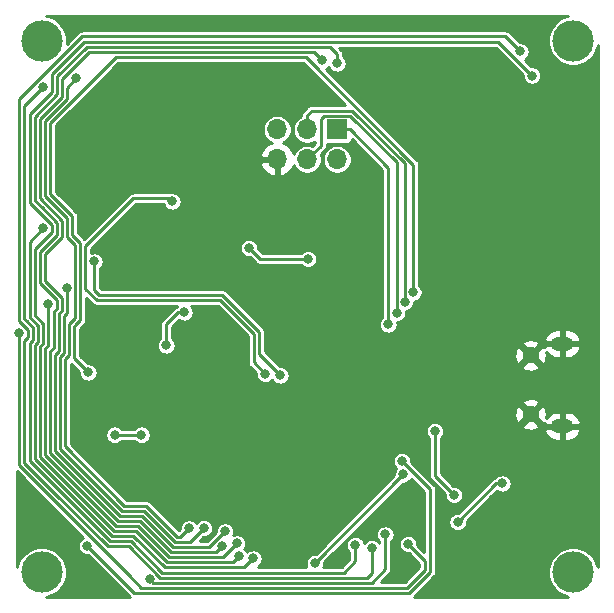
<source format=gbr>
G04 #@! TF.GenerationSoftware,KiCad,Pcbnew,(5.1.8)-1*
G04 #@! TF.CreationDate,2021-01-03T13:20:31-07:00*
G04 #@! TF.ProjectId,Flight-Controller-PCB,466c6967-6874-42d4-936f-6e74726f6c6c,rev?*
G04 #@! TF.SameCoordinates,Original*
G04 #@! TF.FileFunction,Copper,L2,Bot*
G04 #@! TF.FilePolarity,Positive*
%FSLAX46Y46*%
G04 Gerber Fmt 4.6, Leading zero omitted, Abs format (unit mm)*
G04 Created by KiCad (PCBNEW (5.1.8)-1) date 2021-01-03 13:20:31*
%MOMM*%
%LPD*%
G01*
G04 APERTURE LIST*
G04 #@! TA.AperFunction,ComponentPad*
%ADD10C,3.500000*%
G04 #@! TD*
G04 #@! TA.AperFunction,ComponentPad*
%ADD11R,1.700000X1.700000*%
G04 #@! TD*
G04 #@! TA.AperFunction,ComponentPad*
%ADD12O,1.700000X1.700000*%
G04 #@! TD*
G04 #@! TA.AperFunction,ComponentPad*
%ADD13C,1.450000*%
G04 #@! TD*
G04 #@! TA.AperFunction,ComponentPad*
%ADD14O,1.900000X1.200000*%
G04 #@! TD*
G04 #@! TA.AperFunction,ViaPad*
%ADD15C,0.800000*%
G04 #@! TD*
G04 #@! TA.AperFunction,Conductor*
%ADD16C,0.254000*%
G04 #@! TD*
G04 #@! TA.AperFunction,Conductor*
%ADD17C,0.100000*%
G04 #@! TD*
G04 APERTURE END LIST*
D10*
X111402000Y-91798000D03*
X66398000Y-91798000D03*
X66398000Y-136800000D03*
X111402000Y-136800000D03*
D11*
X91425000Y-99314000D03*
D12*
X91425000Y-101854000D03*
X88885000Y-99314000D03*
X88885000Y-101854000D03*
X86345000Y-99314000D03*
X86345000Y-101854000D03*
D13*
X107794500Y-123447842D03*
X107794500Y-118447842D03*
D14*
X110494500Y-124447842D03*
X110494500Y-117447842D03*
D15*
X92456000Y-116459000D03*
X97028000Y-137160000D03*
X100330000Y-109347000D03*
X98806000Y-123317000D03*
X93091000Y-111506000D03*
X98806000Y-104140000D03*
X92392500Y-104965500D03*
X91948000Y-135636000D03*
X102108000Y-136398000D03*
X98806000Y-125476000D03*
X97002600Y-120777000D03*
X104648000Y-130606800D03*
X85496400Y-116128800D03*
X79197200Y-118313200D03*
X72644000Y-129286000D03*
X100838000Y-131572000D03*
X80772000Y-128016000D03*
X87884000Y-107696000D03*
X84328000Y-105410000D03*
X98298000Y-118364000D03*
X90932000Y-112268000D03*
X75247500Y-120840500D03*
X74739500Y-110744000D03*
X109918500Y-112395000D03*
X105346500Y-111823500D03*
X112776000Y-133540500D03*
X108712000Y-138176000D03*
X112014000Y-129286000D03*
X85090000Y-128270000D03*
X92710000Y-128270000D03*
X88900000Y-124460000D03*
X88900000Y-132080000D03*
X88900000Y-128270000D03*
X69342000Y-137414000D03*
X108966000Y-90424000D03*
X101324598Y-130260132D03*
X99695000Y-124841000D03*
X83947000Y-109347000D03*
X88963500Y-110299500D03*
X78867000Y-133096000D03*
X69342000Y-94996000D03*
X92964000Y-134493000D03*
X66548000Y-95758000D03*
X94361000Y-134747000D03*
X106934000Y-92710000D03*
X83121500Y-135445500D03*
X107936447Y-94755553D03*
X97036259Y-128515741D03*
X89535000Y-136017000D03*
X101625400Y-132537200D03*
X105410000Y-129286000D03*
X96901000Y-127381000D03*
X70256400Y-134569200D03*
X81915000Y-133350000D03*
X90170000Y-93472000D03*
X66548000Y-107696000D03*
X84328000Y-135636000D03*
X82931000Y-134366000D03*
X66979810Y-114122190D03*
X85344000Y-120015000D03*
X77470000Y-105410000D03*
X97167602Y-113906398D03*
X96462801Y-114865199D03*
X95758000Y-115824000D03*
X97434400Y-134416800D03*
X64516000Y-116586000D03*
X95504000Y-133604000D03*
X75565000Y-137414000D03*
X78486000Y-114808000D03*
X76962000Y-117602000D03*
X86614000Y-120142000D03*
X70866000Y-110490000D03*
X80137000Y-133080096D03*
X68548231Y-112744231D03*
X97872403Y-113112403D03*
X70358000Y-119888000D03*
X72580500Y-125158500D03*
X74853800Y-125158500D03*
X81661000Y-134620000D03*
X91440000Y-93726000D03*
D16*
X101324598Y-130260132D02*
X99695000Y-128630534D01*
X99695000Y-128630534D02*
X99695000Y-124841000D01*
X88836500Y-110299500D02*
X84899500Y-110299500D01*
X84899500Y-110299500D02*
X83947000Y-109347000D01*
X78867000Y-133096000D02*
X78155910Y-133807090D01*
X77886559Y-133807090D02*
X77702680Y-133623211D01*
X78155910Y-133807090D02*
X77886559Y-133807090D01*
X77702680Y-133623211D02*
X75244995Y-131165522D01*
X75244995Y-131165522D02*
X73415552Y-131165522D01*
X68405440Y-124285440D02*
X68402290Y-124282290D01*
X68405440Y-126155410D02*
X68405440Y-124285440D01*
X73415552Y-131165522D02*
X68405440Y-126155410D01*
X68402290Y-118747051D02*
X68707050Y-118442292D01*
X68402290Y-124282290D02*
X68402290Y-118747051D01*
X68707050Y-118442292D02*
X68707050Y-115824000D01*
X69253032Y-109131032D02*
X68548231Y-108426231D01*
X69253032Y-115278018D02*
X69253032Y-109131032D01*
X68707050Y-115824000D02*
X69253032Y-115278018D01*
X67364013Y-105664000D02*
X67364010Y-105664000D01*
X68548231Y-106848218D02*
X67364013Y-105664000D01*
X68548231Y-108426231D02*
X68548231Y-106848218D01*
X67364010Y-105664000D02*
X66675050Y-104975040D01*
X66675050Y-104975040D02*
X66675050Y-98580580D01*
X68295282Y-96960351D02*
X68548231Y-96707402D01*
X68295279Y-96960351D02*
X68295282Y-96960351D01*
X66675050Y-98580580D02*
X68295279Y-96960351D01*
X68548231Y-96707402D02*
X68548231Y-95789769D01*
X68548231Y-95789769D02*
X69342000Y-94996000D01*
X92024240Y-136829760D02*
X76634536Y-136829760D01*
X92964000Y-135890000D02*
X92024240Y-136829760D01*
X92964000Y-134493000D02*
X92964000Y-135890000D01*
X72163530Y-134188190D02*
X69698670Y-131723330D01*
X73992967Y-134188190D02*
X72163530Y-134188190D01*
X76634536Y-136829760D02*
X73992967Y-134188190D01*
X65379620Y-117376156D02*
X65379620Y-127404280D01*
X65379620Y-127404280D02*
X69698670Y-131723330D01*
X69698670Y-131723330D02*
X67412670Y-129437330D01*
X65652611Y-117103166D02*
X65379620Y-117376156D01*
X65652611Y-116095940D02*
X65126670Y-115570000D01*
X65652611Y-117103166D02*
X65652611Y-116095940D01*
X65126670Y-115570000D02*
X64947810Y-115391140D01*
X64947810Y-115391140D02*
X64947810Y-112268000D01*
X64947810Y-112268000D02*
X64947810Y-97358190D01*
X64947810Y-97358190D02*
X66548000Y-95758000D01*
X94361000Y-134747000D02*
X94361000Y-136880570D01*
X94361000Y-136880570D02*
X93980000Y-137261570D01*
X93980000Y-137261570D02*
X76455676Y-137261570D01*
X76455676Y-137261570D02*
X73814106Y-134620000D01*
X73814106Y-134620000D02*
X71984670Y-134620000D01*
X71984670Y-134620000D02*
X66535835Y-129171165D01*
X64947810Y-117197296D02*
X65220801Y-116924305D01*
X64947810Y-127583140D02*
X64947810Y-117197296D01*
X64947810Y-127583140D02*
X67869335Y-130504665D01*
X65220801Y-116274801D02*
X64516000Y-115570000D01*
X65220801Y-116924305D02*
X65220801Y-116274801D01*
X64516000Y-115570000D02*
X64516000Y-96774000D01*
X64516000Y-96774000D02*
X69850000Y-91440000D01*
X69850000Y-91440000D02*
X105664000Y-91440000D01*
X105664000Y-91440000D02*
X106934000Y-92710000D01*
X83121500Y-135445500D02*
X82600860Y-135966140D01*
X82600860Y-135966140D02*
X76992256Y-135966140D01*
X76992256Y-135966137D02*
X74350689Y-133324570D01*
X76992256Y-135966140D02*
X76992256Y-135966137D01*
X74350689Y-133324570D02*
X72521250Y-133324570D01*
X72521250Y-133324570D02*
X68658340Y-129461660D01*
X68658340Y-129461660D02*
X68276815Y-129080135D01*
X68658340Y-129461660D02*
X68277340Y-129080660D01*
X66243240Y-126796760D02*
X66243240Y-117733878D01*
X66243240Y-127046560D02*
X68658340Y-129461660D01*
X66243240Y-126796760D02*
X66243240Y-127046560D01*
X66243240Y-127022230D02*
X66243240Y-126796760D01*
X66243240Y-117733878D02*
X66548000Y-117429118D01*
X66548000Y-117429118D02*
X66548000Y-115769988D01*
X66548000Y-115769988D02*
X65811430Y-115033418D01*
X67252801Y-107384801D02*
X65379620Y-105511620D01*
X67252801Y-108034305D02*
X67252801Y-107384801D01*
X65811430Y-109475676D02*
X67252801Y-108034305D01*
X65811430Y-115033418D02*
X65811430Y-109475676D01*
X65379620Y-105511620D02*
X65379620Y-98044000D01*
X67252801Y-96170819D02*
X67252801Y-94647869D01*
X65379620Y-98044000D02*
X67252801Y-96170819D01*
X67252801Y-94647869D02*
X70028860Y-91871810D01*
X70028860Y-91871810D02*
X105052704Y-91871810D01*
X105052704Y-91871810D02*
X107936447Y-94755553D01*
X97036259Y-128515741D02*
X89535000Y-136017000D01*
X89535000Y-136017000D02*
X89408000Y-136144000D01*
X101625400Y-132537200D02*
X104876600Y-129286000D01*
X104876600Y-129286000D02*
X105410000Y-129286000D01*
X74267894Y-138557000D02*
X74267894Y-138555294D01*
X97536000Y-138557000D02*
X74267894Y-138557000D01*
X99314000Y-129794000D02*
X99314000Y-136779000D01*
X99314000Y-136779000D02*
X97536000Y-138557000D01*
X96901000Y-127381000D02*
X99314000Y-129794000D01*
X74244200Y-138557000D02*
X70256400Y-134569200D01*
X74267894Y-138557000D02*
X74244200Y-138557000D01*
X81915000Y-133350000D02*
X80594290Y-134670710D01*
X80594290Y-134670710D02*
X77528839Y-134670710D01*
X77528839Y-134670710D02*
X76839064Y-133980935D01*
X76839064Y-133980935D02*
X74887273Y-132029142D01*
X74887273Y-132029142D02*
X73057832Y-132029142D01*
X73057832Y-132029142D02*
X67541820Y-126513130D01*
X67541820Y-126513130D02*
X67541820Y-124945820D01*
X67541820Y-124945820D02*
X67538670Y-124942670D01*
X67538670Y-124942670D02*
X67538670Y-118389330D01*
X67538670Y-118389330D02*
X67843430Y-118084570D01*
X68116421Y-114639356D02*
X68116421Y-113605025D01*
X67843430Y-114912346D02*
X68116421Y-114639356D01*
X67843430Y-118084570D02*
X67843430Y-114912346D01*
X68116421Y-113605025D02*
X66675050Y-112163654D01*
X66675050Y-112163654D02*
X66675050Y-109833397D01*
X68116421Y-108392027D02*
X68116421Y-107027079D01*
X66675050Y-109833397D02*
X68116421Y-108392027D01*
X68116421Y-107027079D02*
X66243240Y-105153900D01*
X66243240Y-105153900D02*
X66243240Y-98401720D01*
X66243240Y-98401720D02*
X68116421Y-96528541D01*
X68116421Y-96528541D02*
X68116421Y-95005589D01*
X68116421Y-95005589D02*
X70386580Y-92735430D01*
X70386580Y-92735430D02*
X89433430Y-92735430D01*
X89433430Y-92735430D02*
X90170000Y-93472000D01*
X76813396Y-136397950D02*
X74171828Y-133756380D01*
X72342390Y-133756380D02*
X69877005Y-131290995D01*
X74171828Y-133756380D02*
X72342390Y-133756380D01*
X83012696Y-136397950D02*
X82295950Y-136397950D01*
X69877005Y-131290995D02*
X67845005Y-129258995D01*
X65811430Y-127225420D02*
X69877005Y-131290995D01*
X65811430Y-127225420D02*
X65811430Y-117555017D01*
X65811430Y-117555017D02*
X66084421Y-117282027D01*
X66084421Y-115917079D02*
X65379620Y-115212278D01*
X66084421Y-117282027D02*
X66084421Y-115917079D01*
X65379620Y-115212278D02*
X65379620Y-108864380D01*
X65379620Y-108864380D02*
X66548000Y-107696000D01*
X83566050Y-136397950D02*
X82295950Y-136397950D01*
X84328000Y-135636000D02*
X83566050Y-136397950D01*
X82295950Y-136397950D02*
X76813396Y-136397950D01*
X82931000Y-134366000D02*
X81762670Y-135534330D01*
X81762670Y-135534330D02*
X77171119Y-135534330D01*
X77171119Y-135534330D02*
X74529551Y-132892762D01*
X74529551Y-132892762D02*
X72700112Y-132892762D01*
X72700112Y-132892762D02*
X66677675Y-126870325D01*
X66677675Y-126621675D02*
X66675050Y-126619050D01*
X66677675Y-126870325D02*
X66677675Y-126621675D01*
X66675050Y-126619050D02*
X66675050Y-117912738D01*
X66979810Y-117607979D02*
X66979810Y-114122190D01*
X66675050Y-117912738D02*
X66979810Y-117607979D01*
X66979810Y-114122190D02*
X66979810Y-113868190D01*
X85344000Y-120015000D02*
X84359789Y-119030789D01*
X84359789Y-119030789D02*
X84359789Y-116617789D01*
X84359789Y-116617789D02*
X81534000Y-113792000D01*
X81534000Y-113792000D02*
X71120000Y-113792000D01*
X77216000Y-105156000D02*
X77470000Y-105410000D01*
X74168000Y-105156000D02*
X77216000Y-105156000D01*
X70116652Y-109207348D02*
X74168000Y-105156000D01*
X70116652Y-112788652D02*
X70116652Y-109207348D01*
X71120000Y-113792000D02*
X70116652Y-112788652D01*
X92697702Y-97727389D02*
X89269530Y-97727389D01*
X97167602Y-102197290D02*
X92697702Y-97727389D01*
X88885000Y-98111919D02*
X88885000Y-99314000D01*
X89269530Y-97727389D02*
X88885000Y-98111919D01*
X97167602Y-113906398D02*
X97167602Y-102197290D01*
X90039801Y-100699199D02*
X88885000Y-101854000D01*
X90039801Y-98450557D02*
X90039801Y-100699199D01*
X90331159Y-98159199D02*
X90039801Y-98450557D01*
X92518841Y-98159199D02*
X90331159Y-98159199D01*
X96462801Y-102103159D02*
X92518841Y-98159199D01*
X96462801Y-114865199D02*
X96462801Y-102103159D01*
X92529000Y-99314000D02*
X91425000Y-99314000D01*
X95758000Y-102543000D02*
X92529000Y-99314000D01*
X95758000Y-115824000D02*
X95758000Y-102543000D01*
X97357140Y-138125190D02*
X74855496Y-138125190D01*
X98882190Y-136600140D02*
X97357140Y-138125190D01*
X98882190Y-135864590D02*
X98882190Y-136600140D01*
X97434400Y-134416800D02*
X98882190Y-135864590D01*
X73775153Y-137044847D02*
X70594705Y-133864399D01*
X70594705Y-133864399D02*
X70594705Y-133840705D01*
X74855496Y-138125190D02*
X73775153Y-137044847D01*
X73775153Y-137044847D02*
X73648153Y-136917847D01*
X70594705Y-133840705D02*
X64516000Y-127762000D01*
X64516000Y-127762000D02*
X64516000Y-116586000D01*
X95504000Y-133604000D02*
X95504000Y-136550380D01*
X95504000Y-136550380D02*
X94361000Y-137693380D01*
X94361000Y-137693380D02*
X75844380Y-137693380D01*
X75844380Y-137693380D02*
X75565000Y-137414000D01*
X76962000Y-117602000D02*
X76962000Y-115824000D01*
X77978000Y-114808000D02*
X78486000Y-114808000D01*
X76962000Y-115824000D02*
X77978000Y-114808000D01*
X86614000Y-120142000D02*
X84791599Y-118319599D01*
X84791599Y-116438928D02*
X81712861Y-113360190D01*
X84791599Y-118319599D02*
X84791599Y-116438928D01*
X81712861Y-113360190D02*
X71298860Y-113360190D01*
X71298860Y-113360190D02*
X70866000Y-112927330D01*
X70866000Y-112927330D02*
X70866000Y-110490000D01*
X80137000Y-133080096D02*
X78978196Y-134238900D01*
X77707699Y-134238900D02*
X77270872Y-133802073D01*
X78978196Y-134238900D02*
X77707699Y-134238900D01*
X77270872Y-133802073D02*
X75066134Y-131597332D01*
X75066134Y-131597332D02*
X73236692Y-131597332D01*
X73236692Y-131597332D02*
X67973630Y-126334270D01*
X67973630Y-126334270D02*
X67973630Y-124615630D01*
X67973630Y-124615630D02*
X67970480Y-124612480D01*
X67970480Y-124612480D02*
X67970480Y-118568190D01*
X68275240Y-118263431D02*
X68275240Y-115091207D01*
X67970480Y-118568190D02*
X68275240Y-118263431D01*
X68548231Y-114818217D02*
X68548231Y-112744231D01*
X68275240Y-115091207D02*
X68548231Y-114818217D01*
X97872403Y-102291419D02*
X88748224Y-93167240D01*
X97872403Y-113112403D02*
X97872403Y-102291419D01*
X68474143Y-97392161D02*
X68474139Y-97392161D01*
X88748224Y-93167240D02*
X72699064Y-93167240D01*
X72699064Y-93167240D02*
X68474143Y-97392161D01*
X68474139Y-97392161D02*
X67106860Y-98759440D01*
X67106860Y-98759440D02*
X67106860Y-104796180D01*
X67542875Y-105232192D02*
X68980041Y-106669357D01*
X67542872Y-105232192D02*
X67542875Y-105232192D01*
X67106860Y-104796180D02*
X67542872Y-105232192D01*
X68980041Y-106669357D02*
X68980041Y-108247371D01*
X68980041Y-108247371D02*
X69684842Y-108952171D01*
X69684842Y-115456879D02*
X69317720Y-115824000D01*
X69684842Y-108952171D02*
X69684842Y-115456879D01*
X69317720Y-115824000D02*
X69138860Y-116002860D01*
X69138860Y-116002860D02*
X69138860Y-118668860D01*
X69138860Y-118668860D02*
X70358000Y-119888000D01*
X72580500Y-125158500D02*
X74853800Y-125158500D01*
X81661000Y-134620000D02*
X81178480Y-135102520D01*
X81178480Y-135102520D02*
X77349979Y-135102520D01*
X77349979Y-135102520D02*
X76152729Y-133905270D01*
X76152729Y-133905270D02*
X74708412Y-132460952D01*
X74708412Y-132460952D02*
X72878972Y-132460952D01*
X72878972Y-132460952D02*
X67110010Y-126691990D01*
X67110010Y-126691990D02*
X67110010Y-125276010D01*
X67110010Y-125276010D02*
X67106860Y-125272860D01*
X67106860Y-125272860D02*
X67106860Y-118091599D01*
X67106860Y-118091599D02*
X67411620Y-117786840D01*
X67411620Y-117786840D02*
X67411620Y-114733486D01*
X67684611Y-113783885D02*
X66243240Y-112342514D01*
X67684611Y-114460495D02*
X67684611Y-113783885D01*
X67411620Y-114733486D02*
X67684611Y-114460495D01*
X66243240Y-112342514D02*
X66243240Y-109654536D01*
X67684611Y-107205940D02*
X66396670Y-105918000D01*
X67684611Y-108213166D02*
X67684611Y-107205940D01*
X66243240Y-109654536D02*
X67684611Y-108213166D01*
X66396670Y-105918000D02*
X65811430Y-105332760D01*
X65811430Y-105332760D02*
X65811430Y-98222860D01*
X65811430Y-98222860D02*
X67684611Y-96349680D01*
X67684611Y-96349680D02*
X67684611Y-94826729D01*
X67684611Y-94826729D02*
X70207720Y-92303620D01*
X70207720Y-92303620D02*
X90779620Y-92303620D01*
X90779620Y-92303620D02*
X91440000Y-92964000D01*
X91440000Y-92964000D02*
X91440000Y-93726000D01*
X69904990Y-133869411D02*
X69886458Y-133877087D01*
X69758541Y-133962558D01*
X69649758Y-134071341D01*
X69564287Y-134199258D01*
X69505413Y-134341391D01*
X69475400Y-134492278D01*
X69475400Y-134646122D01*
X69505413Y-134797009D01*
X69564287Y-134939142D01*
X69649758Y-135067059D01*
X69758541Y-135175842D01*
X69886458Y-135261313D01*
X70028591Y-135320187D01*
X70179478Y-135350200D01*
X70318980Y-135350200D01*
X73862780Y-138894000D01*
X66793897Y-138894000D01*
X67019590Y-138849107D01*
X67407407Y-138688468D01*
X67756433Y-138455256D01*
X68053256Y-138158433D01*
X68286468Y-137809407D01*
X68447107Y-137421590D01*
X68529000Y-137009885D01*
X68529000Y-136590115D01*
X68447107Y-136178410D01*
X68286468Y-135790593D01*
X68053256Y-135441567D01*
X67756433Y-135144744D01*
X67407407Y-134911532D01*
X67019590Y-134750893D01*
X66607885Y-134669000D01*
X66188115Y-134669000D01*
X65776410Y-134750893D01*
X65388593Y-134911532D01*
X65039567Y-135144744D01*
X64742744Y-135441567D01*
X64509532Y-135790593D01*
X64348893Y-136178410D01*
X64306000Y-136394048D01*
X64306000Y-128270420D01*
X69904990Y-133869411D01*
G04 #@! TA.AperFunction,Conductor*
D17*
G36*
X69904990Y-133869411D02*
G01*
X69886458Y-133877087D01*
X69758541Y-133962558D01*
X69649758Y-134071341D01*
X69564287Y-134199258D01*
X69505413Y-134341391D01*
X69475400Y-134492278D01*
X69475400Y-134646122D01*
X69505413Y-134797009D01*
X69564287Y-134939142D01*
X69649758Y-135067059D01*
X69758541Y-135175842D01*
X69886458Y-135261313D01*
X70028591Y-135320187D01*
X70179478Y-135350200D01*
X70318980Y-135350200D01*
X73862780Y-138894000D01*
X66793897Y-138894000D01*
X67019590Y-138849107D01*
X67407407Y-138688468D01*
X67756433Y-138455256D01*
X68053256Y-138158433D01*
X68286468Y-137809407D01*
X68447107Y-137421590D01*
X68529000Y-137009885D01*
X68529000Y-136590115D01*
X68447107Y-136178410D01*
X68286468Y-135790593D01*
X68053256Y-135441567D01*
X67756433Y-135144744D01*
X67407407Y-134911532D01*
X67019590Y-134750893D01*
X66607885Y-134669000D01*
X66188115Y-134669000D01*
X65776410Y-134750893D01*
X65388593Y-134911532D01*
X65039567Y-135144744D01*
X64742744Y-135441567D01*
X64509532Y-135790593D01*
X64348893Y-136178410D01*
X64306000Y-136394048D01*
X64306000Y-128270420D01*
X69904990Y-133869411D01*
G37*
G04 #@! TD.AperFunction*
D16*
X110780410Y-89748893D02*
X110392593Y-89909532D01*
X110043567Y-90142744D01*
X109746744Y-90439567D01*
X109513532Y-90788593D01*
X109352893Y-91176410D01*
X109271000Y-91588115D01*
X109271000Y-92007885D01*
X109352893Y-92419590D01*
X109513532Y-92807407D01*
X109746744Y-93156433D01*
X110043567Y-93453256D01*
X110392593Y-93686468D01*
X110780410Y-93847107D01*
X111192115Y-93929000D01*
X111611885Y-93929000D01*
X112023590Y-93847107D01*
X112411407Y-93686468D01*
X112760433Y-93453256D01*
X113057256Y-93156433D01*
X113290468Y-92807407D01*
X113451107Y-92419590D01*
X113494000Y-92203952D01*
X113494001Y-136394053D01*
X113451107Y-136178410D01*
X113290468Y-135790593D01*
X113057256Y-135441567D01*
X112760433Y-135144744D01*
X112411407Y-134911532D01*
X112023590Y-134750893D01*
X111611885Y-134669000D01*
X111192115Y-134669000D01*
X110780410Y-134750893D01*
X110392593Y-134911532D01*
X110043567Y-135144744D01*
X109746744Y-135441567D01*
X109513532Y-135790593D01*
X109352893Y-136178410D01*
X109271000Y-136590115D01*
X109271000Y-137009885D01*
X109352893Y-137421590D01*
X109513532Y-137809407D01*
X109746744Y-138158433D01*
X110043567Y-138455256D01*
X110392593Y-138688468D01*
X110780410Y-138849107D01*
X111006103Y-138894000D01*
X97917420Y-138894000D01*
X99655565Y-137155855D01*
X99674948Y-137139948D01*
X99738429Y-137062595D01*
X99785601Y-136974343D01*
X99814649Y-136878585D01*
X99822000Y-136803947D01*
X99822000Y-136803944D01*
X99824457Y-136779000D01*
X99822000Y-136754056D01*
X99822000Y-132460278D01*
X100844400Y-132460278D01*
X100844400Y-132614122D01*
X100874413Y-132765009D01*
X100933287Y-132907142D01*
X101018758Y-133035059D01*
X101127541Y-133143842D01*
X101255458Y-133229313D01*
X101397591Y-133288187D01*
X101548478Y-133318200D01*
X101702322Y-133318200D01*
X101853209Y-133288187D01*
X101995342Y-133229313D01*
X102123259Y-133143842D01*
X102232042Y-133035059D01*
X102317513Y-132907142D01*
X102376387Y-132765009D01*
X102406400Y-132614122D01*
X102406400Y-132474620D01*
X104957842Y-129923179D01*
X105040058Y-129978113D01*
X105182191Y-130036987D01*
X105333078Y-130067000D01*
X105486922Y-130067000D01*
X105637809Y-130036987D01*
X105779942Y-129978113D01*
X105907859Y-129892642D01*
X106016642Y-129783859D01*
X106102113Y-129655942D01*
X106160987Y-129513809D01*
X106191000Y-129362922D01*
X106191000Y-129209078D01*
X106160987Y-129058191D01*
X106102113Y-128916058D01*
X106016642Y-128788141D01*
X105907859Y-128679358D01*
X105779942Y-128593887D01*
X105637809Y-128535013D01*
X105486922Y-128505000D01*
X105333078Y-128505000D01*
X105182191Y-128535013D01*
X105040058Y-128593887D01*
X104912141Y-128679358D01*
X104809331Y-128782168D01*
X104777015Y-128785351D01*
X104681257Y-128814399D01*
X104640176Y-128836357D01*
X104593004Y-128861571D01*
X104548557Y-128898048D01*
X104515652Y-128925052D01*
X104499750Y-128944429D01*
X101687980Y-131756200D01*
X101548478Y-131756200D01*
X101397591Y-131786213D01*
X101255458Y-131845087D01*
X101127541Y-131930558D01*
X101018758Y-132039341D01*
X100933287Y-132167258D01*
X100874413Y-132309391D01*
X100844400Y-132460278D01*
X99822000Y-132460278D01*
X99822000Y-129818943D01*
X99824457Y-129793999D01*
X99819656Y-129745254D01*
X99814649Y-129694415D01*
X99785601Y-129598657D01*
X99785600Y-129598655D01*
X99738429Y-129510404D01*
X99690850Y-129452429D01*
X99674948Y-129433052D01*
X99655571Y-129417150D01*
X97682000Y-127443580D01*
X97682000Y-127304078D01*
X97651987Y-127153191D01*
X97593113Y-127011058D01*
X97507642Y-126883141D01*
X97398859Y-126774358D01*
X97270942Y-126688887D01*
X97128809Y-126630013D01*
X96977922Y-126600000D01*
X96824078Y-126600000D01*
X96673191Y-126630013D01*
X96531058Y-126688887D01*
X96403141Y-126774358D01*
X96294358Y-126883141D01*
X96208887Y-127011058D01*
X96150013Y-127153191D01*
X96120000Y-127304078D01*
X96120000Y-127457922D01*
X96150013Y-127608809D01*
X96208887Y-127750942D01*
X96294358Y-127878859D01*
X96403141Y-127987642D01*
X96437140Y-128010359D01*
X96429617Y-128017882D01*
X96344146Y-128145799D01*
X96285272Y-128287932D01*
X96255259Y-128438819D01*
X96255259Y-128578320D01*
X89597580Y-135236000D01*
X89458078Y-135236000D01*
X89307191Y-135266013D01*
X89165058Y-135324887D01*
X89037141Y-135410358D01*
X88928358Y-135519141D01*
X88842887Y-135647058D01*
X88784013Y-135789191D01*
X88754000Y-135940078D01*
X88754000Y-136093922D01*
X88784013Y-136244809D01*
X88815887Y-136321760D01*
X84707450Y-136321760D01*
X84825859Y-136242642D01*
X84934642Y-136133859D01*
X85020113Y-136005942D01*
X85078987Y-135863809D01*
X85109000Y-135712922D01*
X85109000Y-135559078D01*
X85078987Y-135408191D01*
X85020113Y-135266058D01*
X84934642Y-135138141D01*
X84825859Y-135029358D01*
X84697942Y-134943887D01*
X84555809Y-134885013D01*
X84404922Y-134855000D01*
X84251078Y-134855000D01*
X84100191Y-134885013D01*
X83958058Y-134943887D01*
X83830141Y-135029358D01*
X83801728Y-135057771D01*
X83728142Y-134947641D01*
X83619359Y-134838858D01*
X83574413Y-134808826D01*
X83623113Y-134735942D01*
X83681987Y-134593809D01*
X83712000Y-134442922D01*
X83712000Y-134289078D01*
X83681987Y-134138191D01*
X83623113Y-133996058D01*
X83537642Y-133868141D01*
X83428859Y-133759358D01*
X83300942Y-133673887D01*
X83158809Y-133615013D01*
X83007922Y-133585000D01*
X82854078Y-133585000D01*
X82703191Y-133615013D01*
X82639679Y-133641321D01*
X82665987Y-133577809D01*
X82696000Y-133426922D01*
X82696000Y-133273078D01*
X82665987Y-133122191D01*
X82607113Y-132980058D01*
X82521642Y-132852141D01*
X82412859Y-132743358D01*
X82284942Y-132657887D01*
X82142809Y-132599013D01*
X81991922Y-132569000D01*
X81838078Y-132569000D01*
X81687191Y-132599013D01*
X81545058Y-132657887D01*
X81417141Y-132743358D01*
X81308358Y-132852141D01*
X81222887Y-132980058D01*
X81164013Y-133122191D01*
X81134000Y-133273078D01*
X81134000Y-133412579D01*
X80383870Y-134162710D01*
X79772806Y-134162710D01*
X80074421Y-133861096D01*
X80213922Y-133861096D01*
X80364809Y-133831083D01*
X80506942Y-133772209D01*
X80634859Y-133686738D01*
X80743642Y-133577955D01*
X80829113Y-133450038D01*
X80887987Y-133307905D01*
X80918000Y-133157018D01*
X80918000Y-133003174D01*
X80887987Y-132852287D01*
X80829113Y-132710154D01*
X80743642Y-132582237D01*
X80634859Y-132473454D01*
X80506942Y-132387983D01*
X80364809Y-132329109D01*
X80213922Y-132299096D01*
X80060078Y-132299096D01*
X79909191Y-132329109D01*
X79767058Y-132387983D01*
X79639141Y-132473454D01*
X79530358Y-132582237D01*
X79496687Y-132632630D01*
X79473642Y-132598141D01*
X79364859Y-132489358D01*
X79236942Y-132403887D01*
X79094809Y-132345013D01*
X78943922Y-132315000D01*
X78790078Y-132315000D01*
X78639191Y-132345013D01*
X78497058Y-132403887D01*
X78369141Y-132489358D01*
X78260358Y-132598141D01*
X78174887Y-132726058D01*
X78116013Y-132868191D01*
X78086000Y-133019078D01*
X78086000Y-133158580D01*
X78021234Y-133223345D01*
X75621850Y-130823957D01*
X75605943Y-130804574D01*
X75528590Y-130741093D01*
X75440338Y-130693921D01*
X75344580Y-130664873D01*
X75269942Y-130657522D01*
X75269939Y-130657522D01*
X75244995Y-130655065D01*
X75220051Y-130657522D01*
X73625973Y-130657522D01*
X68913440Y-125944990D01*
X68913440Y-125081578D01*
X71799500Y-125081578D01*
X71799500Y-125235422D01*
X71829513Y-125386309D01*
X71888387Y-125528442D01*
X71973858Y-125656359D01*
X72082641Y-125765142D01*
X72210558Y-125850613D01*
X72352691Y-125909487D01*
X72503578Y-125939500D01*
X72657422Y-125939500D01*
X72808309Y-125909487D01*
X72950442Y-125850613D01*
X73078359Y-125765142D01*
X73177001Y-125666500D01*
X74257299Y-125666500D01*
X74355941Y-125765142D01*
X74483858Y-125850613D01*
X74625991Y-125909487D01*
X74776878Y-125939500D01*
X74930722Y-125939500D01*
X75081609Y-125909487D01*
X75223742Y-125850613D01*
X75351659Y-125765142D01*
X75460442Y-125656359D01*
X75545913Y-125528442D01*
X75604787Y-125386309D01*
X75634800Y-125235422D01*
X75634800Y-125081578D01*
X75604787Y-124930691D01*
X75545913Y-124788558D01*
X75529557Y-124764078D01*
X98914000Y-124764078D01*
X98914000Y-124917922D01*
X98944013Y-125068809D01*
X99002887Y-125210942D01*
X99088358Y-125338859D01*
X99187001Y-125437502D01*
X99187000Y-128605590D01*
X99184543Y-128630534D01*
X99187000Y-128655478D01*
X99187000Y-128655480D01*
X99194351Y-128730118D01*
X99223399Y-128825876D01*
X99270571Y-128914129D01*
X99334052Y-128991482D01*
X99353435Y-129007389D01*
X100543598Y-130197552D01*
X100543598Y-130337054D01*
X100573611Y-130487941D01*
X100632485Y-130630074D01*
X100717956Y-130757991D01*
X100826739Y-130866774D01*
X100954656Y-130952245D01*
X101096789Y-131011119D01*
X101247676Y-131041132D01*
X101401520Y-131041132D01*
X101552407Y-131011119D01*
X101694540Y-130952245D01*
X101822457Y-130866774D01*
X101931240Y-130757991D01*
X102016711Y-130630074D01*
X102075585Y-130487941D01*
X102105598Y-130337054D01*
X102105598Y-130183210D01*
X102075585Y-130032323D01*
X102016711Y-129890190D01*
X101931240Y-129762273D01*
X101822457Y-129653490D01*
X101694540Y-129568019D01*
X101552407Y-129509145D01*
X101401520Y-129479132D01*
X101262018Y-129479132D01*
X100203000Y-128420114D01*
X100203000Y-125437501D01*
X100301642Y-125338859D01*
X100387113Y-125210942D01*
X100445987Y-125068809D01*
X100476000Y-124917922D01*
X100476000Y-124764078D01*
X100445987Y-124613191D01*
X100387113Y-124471058D01*
X100330931Y-124386975D01*
X107034972Y-124386975D01*
X107097465Y-124623292D01*
X107340178Y-124736692D01*
X107600349Y-124800561D01*
X107867982Y-124812446D01*
X108132791Y-124771890D01*
X108150523Y-124765451D01*
X108951038Y-124765451D01*
X108954909Y-124803124D01*
X109047079Y-125028375D01*
X109181422Y-125231316D01*
X109352775Y-125404149D01*
X109554554Y-125540232D01*
X109779004Y-125634335D01*
X110017500Y-125682842D01*
X110367500Y-125682842D01*
X110367500Y-124574842D01*
X110621500Y-124574842D01*
X110621500Y-125682842D01*
X110971500Y-125682842D01*
X111209996Y-125634335D01*
X111434446Y-125540232D01*
X111636225Y-125404149D01*
X111807578Y-125231316D01*
X111941921Y-125028375D01*
X112034091Y-124803124D01*
X112037962Y-124765451D01*
X111913231Y-124574842D01*
X110621500Y-124574842D01*
X110367500Y-124574842D01*
X109075769Y-124574842D01*
X108951038Y-124765451D01*
X108150523Y-124765451D01*
X108384600Y-124680451D01*
X108491535Y-124623292D01*
X108554028Y-124386975D01*
X107794500Y-123627447D01*
X107034972Y-124386975D01*
X100330931Y-124386975D01*
X100301642Y-124343141D01*
X100192859Y-124234358D01*
X100064942Y-124148887D01*
X99922809Y-124090013D01*
X99771922Y-124060000D01*
X99618078Y-124060000D01*
X99467191Y-124090013D01*
X99325058Y-124148887D01*
X99197141Y-124234358D01*
X99088358Y-124343141D01*
X99002887Y-124471058D01*
X98944013Y-124613191D01*
X98914000Y-124764078D01*
X75529557Y-124764078D01*
X75460442Y-124660641D01*
X75351659Y-124551858D01*
X75223742Y-124466387D01*
X75081609Y-124407513D01*
X74930722Y-124377500D01*
X74776878Y-124377500D01*
X74625991Y-124407513D01*
X74483858Y-124466387D01*
X74355941Y-124551858D01*
X74257299Y-124650500D01*
X73177001Y-124650500D01*
X73078359Y-124551858D01*
X72950442Y-124466387D01*
X72808309Y-124407513D01*
X72657422Y-124377500D01*
X72503578Y-124377500D01*
X72352691Y-124407513D01*
X72210558Y-124466387D01*
X72082641Y-124551858D01*
X71973858Y-124660641D01*
X71888387Y-124788558D01*
X71829513Y-124930691D01*
X71799500Y-125081578D01*
X68913440Y-125081578D01*
X68913440Y-124310384D01*
X68915897Y-124285440D01*
X68913440Y-124260493D01*
X68910290Y-124228510D01*
X68910290Y-123521324D01*
X106429896Y-123521324D01*
X106470452Y-123786133D01*
X106561891Y-124037942D01*
X106619050Y-124144877D01*
X106855367Y-124207370D01*
X107614895Y-123447842D01*
X107974105Y-123447842D01*
X108733633Y-124207370D01*
X108961997Y-124146980D01*
X109075769Y-124320842D01*
X110367500Y-124320842D01*
X110367500Y-123212842D01*
X110621500Y-123212842D01*
X110621500Y-124320842D01*
X111913231Y-124320842D01*
X112037962Y-124130233D01*
X112034091Y-124092560D01*
X111941921Y-123867309D01*
X111807578Y-123664368D01*
X111636225Y-123491535D01*
X111434446Y-123355452D01*
X111209996Y-123261349D01*
X110971500Y-123212842D01*
X110621500Y-123212842D01*
X110367500Y-123212842D01*
X110017500Y-123212842D01*
X109779004Y-123261349D01*
X109554554Y-123355452D01*
X109352775Y-123491535D01*
X109181422Y-123664368D01*
X109118329Y-123759678D01*
X109147219Y-123641993D01*
X109159104Y-123374360D01*
X109118548Y-123109551D01*
X109027109Y-122857742D01*
X108969950Y-122750807D01*
X108733633Y-122688314D01*
X107974105Y-123447842D01*
X107614895Y-123447842D01*
X106855367Y-122688314D01*
X106619050Y-122750807D01*
X106505650Y-122993520D01*
X106441781Y-123253691D01*
X106429896Y-123521324D01*
X68910290Y-123521324D01*
X68910290Y-122508709D01*
X107034972Y-122508709D01*
X107794500Y-123268237D01*
X108554028Y-122508709D01*
X108491535Y-122272392D01*
X108248822Y-122158992D01*
X107988651Y-122095123D01*
X107721018Y-122083238D01*
X107456209Y-122123794D01*
X107204400Y-122215233D01*
X107097465Y-122272392D01*
X107034972Y-122508709D01*
X68910290Y-122508709D01*
X68910290Y-119158710D01*
X69577000Y-119825421D01*
X69577000Y-119964922D01*
X69607013Y-120115809D01*
X69665887Y-120257942D01*
X69751358Y-120385859D01*
X69860141Y-120494642D01*
X69988058Y-120580113D01*
X70130191Y-120638987D01*
X70281078Y-120669000D01*
X70434922Y-120669000D01*
X70585809Y-120638987D01*
X70727942Y-120580113D01*
X70855859Y-120494642D01*
X70964642Y-120385859D01*
X71050113Y-120257942D01*
X71108987Y-120115809D01*
X71139000Y-119964922D01*
X71139000Y-119811078D01*
X71108987Y-119660191D01*
X71050113Y-119518058D01*
X70964642Y-119390141D01*
X70855859Y-119281358D01*
X70727942Y-119195887D01*
X70585809Y-119137013D01*
X70434922Y-119107000D01*
X70295421Y-119107000D01*
X69646860Y-118458440D01*
X69646860Y-116213280D01*
X69694570Y-116165570D01*
X69694574Y-116165565D01*
X70026406Y-115833735D01*
X70045790Y-115817827D01*
X70099740Y-115752088D01*
X70109271Y-115740475D01*
X70156442Y-115652224D01*
X70158270Y-115646199D01*
X70185491Y-115556464D01*
X70192842Y-115481826D01*
X70192842Y-115481824D01*
X70195299Y-115456880D01*
X70192842Y-115431936D01*
X70192842Y-113583262D01*
X70743149Y-114133570D01*
X70759052Y-114152948D01*
X70778429Y-114168850D01*
X70836404Y-114216429D01*
X70924655Y-114263600D01*
X70924657Y-114263601D01*
X71020415Y-114292649D01*
X71095053Y-114300000D01*
X71095055Y-114300000D01*
X71119999Y-114302457D01*
X71144943Y-114300000D01*
X77889499Y-114300000D01*
X77882556Y-114306943D01*
X77878415Y-114307351D01*
X77782657Y-114336399D01*
X77746432Y-114355762D01*
X77694404Y-114383571D01*
X77639810Y-114428376D01*
X77617052Y-114447052D01*
X77601150Y-114466429D01*
X76620430Y-115447150D01*
X76601053Y-115463052D01*
X76585151Y-115482429D01*
X76585150Y-115482430D01*
X76537571Y-115540405D01*
X76504828Y-115601664D01*
X76490400Y-115628657D01*
X76462915Y-115719265D01*
X76461352Y-115724416D01*
X76451543Y-115824000D01*
X76454001Y-115848954D01*
X76454000Y-117005499D01*
X76355358Y-117104141D01*
X76269887Y-117232058D01*
X76211013Y-117374191D01*
X76181000Y-117525078D01*
X76181000Y-117678922D01*
X76211013Y-117829809D01*
X76269887Y-117971942D01*
X76355358Y-118099859D01*
X76464141Y-118208642D01*
X76592058Y-118294113D01*
X76734191Y-118352987D01*
X76885078Y-118383000D01*
X77038922Y-118383000D01*
X77189809Y-118352987D01*
X77331942Y-118294113D01*
X77459859Y-118208642D01*
X77568642Y-118099859D01*
X77654113Y-117971942D01*
X77712987Y-117829809D01*
X77743000Y-117678922D01*
X77743000Y-117525078D01*
X77712987Y-117374191D01*
X77654113Y-117232058D01*
X77568642Y-117104141D01*
X77470000Y-117005499D01*
X77470000Y-116034420D01*
X78049068Y-115455352D01*
X78116058Y-115500113D01*
X78258191Y-115558987D01*
X78409078Y-115589000D01*
X78562922Y-115589000D01*
X78713809Y-115558987D01*
X78855942Y-115500113D01*
X78983859Y-115414642D01*
X79092642Y-115305859D01*
X79178113Y-115177942D01*
X79236987Y-115035809D01*
X79267000Y-114884922D01*
X79267000Y-114731078D01*
X79236987Y-114580191D01*
X79178113Y-114438058D01*
X79092642Y-114310141D01*
X79082501Y-114300000D01*
X81323580Y-114300000D01*
X83851790Y-116828211D01*
X83851789Y-119005845D01*
X83849332Y-119030789D01*
X83851789Y-119055733D01*
X83851789Y-119055735D01*
X83859140Y-119130373D01*
X83888188Y-119226131D01*
X83935360Y-119314384D01*
X83998841Y-119391737D01*
X84018224Y-119407644D01*
X84563000Y-119952420D01*
X84563000Y-120091922D01*
X84593013Y-120242809D01*
X84651887Y-120384942D01*
X84737358Y-120512859D01*
X84846141Y-120621642D01*
X84974058Y-120707113D01*
X85116191Y-120765987D01*
X85267078Y-120796000D01*
X85420922Y-120796000D01*
X85571809Y-120765987D01*
X85713942Y-120707113D01*
X85841859Y-120621642D01*
X85933772Y-120529729D01*
X86007358Y-120639859D01*
X86116141Y-120748642D01*
X86244058Y-120834113D01*
X86386191Y-120892987D01*
X86537078Y-120923000D01*
X86690922Y-120923000D01*
X86841809Y-120892987D01*
X86983942Y-120834113D01*
X87111859Y-120748642D01*
X87220642Y-120639859D01*
X87306113Y-120511942D01*
X87364987Y-120369809D01*
X87395000Y-120218922D01*
X87395000Y-120065078D01*
X87364987Y-119914191D01*
X87306113Y-119772058D01*
X87220642Y-119644141D01*
X87111859Y-119535358D01*
X86983942Y-119449887D01*
X86841809Y-119391013D01*
X86821509Y-119386975D01*
X107034972Y-119386975D01*
X107097465Y-119623292D01*
X107340178Y-119736692D01*
X107600349Y-119800561D01*
X107867982Y-119812446D01*
X108132791Y-119771890D01*
X108384600Y-119680451D01*
X108491535Y-119623292D01*
X108554028Y-119386975D01*
X107794500Y-118627447D01*
X107034972Y-119386975D01*
X86821509Y-119386975D01*
X86690922Y-119361000D01*
X86551421Y-119361000D01*
X85711745Y-118521324D01*
X106429896Y-118521324D01*
X106470452Y-118786133D01*
X106561891Y-119037942D01*
X106619050Y-119144877D01*
X106855367Y-119207370D01*
X107614895Y-118447842D01*
X107974105Y-118447842D01*
X108733633Y-119207370D01*
X108969950Y-119144877D01*
X109083350Y-118902164D01*
X109147219Y-118641993D01*
X109159104Y-118374360D01*
X109123885Y-118144400D01*
X109181422Y-118231316D01*
X109352775Y-118404149D01*
X109554554Y-118540232D01*
X109779004Y-118634335D01*
X110017500Y-118682842D01*
X110367500Y-118682842D01*
X110367500Y-117574842D01*
X110621500Y-117574842D01*
X110621500Y-118682842D01*
X110971500Y-118682842D01*
X111209996Y-118634335D01*
X111434446Y-118540232D01*
X111636225Y-118404149D01*
X111807578Y-118231316D01*
X111941921Y-118028375D01*
X112034091Y-117803124D01*
X112037962Y-117765451D01*
X111913231Y-117574842D01*
X110621500Y-117574842D01*
X110367500Y-117574842D01*
X109075769Y-117574842D01*
X108961997Y-117748704D01*
X108733633Y-117688314D01*
X107974105Y-118447842D01*
X107614895Y-118447842D01*
X106855367Y-117688314D01*
X106619050Y-117750807D01*
X106505650Y-117993520D01*
X106441781Y-118253691D01*
X106429896Y-118521324D01*
X85711745Y-118521324D01*
X85299599Y-118109179D01*
X85299599Y-117508709D01*
X107034972Y-117508709D01*
X107794500Y-118268237D01*
X108554028Y-117508709D01*
X108491535Y-117272392D01*
X108248822Y-117158992D01*
X108131672Y-117130233D01*
X108951038Y-117130233D01*
X109075769Y-117320842D01*
X110367500Y-117320842D01*
X110367500Y-116212842D01*
X110621500Y-116212842D01*
X110621500Y-117320842D01*
X111913231Y-117320842D01*
X112037962Y-117130233D01*
X112034091Y-117092560D01*
X111941921Y-116867309D01*
X111807578Y-116664368D01*
X111636225Y-116491535D01*
X111434446Y-116355452D01*
X111209996Y-116261349D01*
X110971500Y-116212842D01*
X110621500Y-116212842D01*
X110367500Y-116212842D01*
X110017500Y-116212842D01*
X109779004Y-116261349D01*
X109554554Y-116355452D01*
X109352775Y-116491535D01*
X109181422Y-116664368D01*
X109047079Y-116867309D01*
X108954909Y-117092560D01*
X108951038Y-117130233D01*
X108131672Y-117130233D01*
X107988651Y-117095123D01*
X107721018Y-117083238D01*
X107456209Y-117123794D01*
X107204400Y-117215233D01*
X107097465Y-117272392D01*
X107034972Y-117508709D01*
X85299599Y-117508709D01*
X85299599Y-116463871D01*
X85302056Y-116438927D01*
X85299586Y-116413848D01*
X85292248Y-116339343D01*
X85263200Y-116243585D01*
X85221500Y-116165570D01*
X85216028Y-116155332D01*
X85168449Y-116097357D01*
X85152547Y-116077980D01*
X85133170Y-116062078D01*
X82089716Y-113018625D01*
X82073809Y-112999242D01*
X81996456Y-112935761D01*
X81908204Y-112888589D01*
X81812446Y-112859541D01*
X81737808Y-112852190D01*
X81737805Y-112852190D01*
X81712861Y-112849733D01*
X81687917Y-112852190D01*
X71509281Y-112852190D01*
X71374000Y-112716910D01*
X71374000Y-111086501D01*
X71472642Y-110987859D01*
X71558113Y-110859942D01*
X71616987Y-110717809D01*
X71647000Y-110566922D01*
X71647000Y-110413078D01*
X71616987Y-110262191D01*
X71558113Y-110120058D01*
X71472642Y-109992141D01*
X71363859Y-109883358D01*
X71235942Y-109797887D01*
X71093809Y-109739013D01*
X70942922Y-109709000D01*
X70789078Y-109709000D01*
X70638191Y-109739013D01*
X70624652Y-109744621D01*
X70624652Y-109417768D01*
X70772342Y-109270078D01*
X83166000Y-109270078D01*
X83166000Y-109423922D01*
X83196013Y-109574809D01*
X83254887Y-109716942D01*
X83340358Y-109844859D01*
X83449141Y-109953642D01*
X83577058Y-110039113D01*
X83719191Y-110097987D01*
X83870078Y-110128000D01*
X84009580Y-110128000D01*
X84522650Y-110641071D01*
X84538552Y-110660448D01*
X84557929Y-110676350D01*
X84615904Y-110723929D01*
X84704155Y-110771100D01*
X84704157Y-110771101D01*
X84799915Y-110800149D01*
X84874553Y-110807500D01*
X84874555Y-110807500D01*
X84899499Y-110809957D01*
X84924443Y-110807500D01*
X88366999Y-110807500D01*
X88465641Y-110906142D01*
X88593558Y-110991613D01*
X88735691Y-111050487D01*
X88886578Y-111080500D01*
X89040422Y-111080500D01*
X89191309Y-111050487D01*
X89333442Y-110991613D01*
X89461359Y-110906142D01*
X89570142Y-110797359D01*
X89655613Y-110669442D01*
X89714487Y-110527309D01*
X89744500Y-110376422D01*
X89744500Y-110222578D01*
X89714487Y-110071691D01*
X89655613Y-109929558D01*
X89570142Y-109801641D01*
X89461359Y-109692858D01*
X89333442Y-109607387D01*
X89191309Y-109548513D01*
X89040422Y-109518500D01*
X88886578Y-109518500D01*
X88735691Y-109548513D01*
X88593558Y-109607387D01*
X88465641Y-109692858D01*
X88366999Y-109791500D01*
X85109921Y-109791500D01*
X84728000Y-109409580D01*
X84728000Y-109270078D01*
X84697987Y-109119191D01*
X84639113Y-108977058D01*
X84553642Y-108849141D01*
X84444859Y-108740358D01*
X84316942Y-108654887D01*
X84174809Y-108596013D01*
X84023922Y-108566000D01*
X83870078Y-108566000D01*
X83719191Y-108596013D01*
X83577058Y-108654887D01*
X83449141Y-108740358D01*
X83340358Y-108849141D01*
X83254887Y-108977058D01*
X83196013Y-109119191D01*
X83166000Y-109270078D01*
X70772342Y-109270078D01*
X74378421Y-105664000D01*
X76729862Y-105664000D01*
X76777887Y-105779942D01*
X76863358Y-105907859D01*
X76972141Y-106016642D01*
X77100058Y-106102113D01*
X77242191Y-106160987D01*
X77393078Y-106191000D01*
X77546922Y-106191000D01*
X77697809Y-106160987D01*
X77839942Y-106102113D01*
X77967859Y-106016642D01*
X78076642Y-105907859D01*
X78162113Y-105779942D01*
X78220987Y-105637809D01*
X78251000Y-105486922D01*
X78251000Y-105333078D01*
X78220987Y-105182191D01*
X78162113Y-105040058D01*
X78076642Y-104912141D01*
X77967859Y-104803358D01*
X77839942Y-104717887D01*
X77697809Y-104659013D01*
X77546922Y-104629000D01*
X77393078Y-104629000D01*
X77278810Y-104651729D01*
X77240947Y-104648000D01*
X77240944Y-104648000D01*
X77216000Y-104645543D01*
X77191056Y-104648000D01*
X74192943Y-104648000D01*
X74167999Y-104645543D01*
X74143055Y-104648000D01*
X74143053Y-104648000D01*
X74068415Y-104655351D01*
X73972657Y-104684399D01*
X73972655Y-104684400D01*
X73884404Y-104731571D01*
X73849043Y-104760591D01*
X73807052Y-104795052D01*
X73791150Y-104814429D01*
X70028525Y-108577055D01*
X70026407Y-108575316D01*
X69488041Y-108036952D01*
X69488041Y-106694300D01*
X69490498Y-106669356D01*
X69488041Y-106644410D01*
X69480690Y-106569772D01*
X69451642Y-106474014D01*
X69422048Y-106418648D01*
X69404470Y-106385761D01*
X69356891Y-106327786D01*
X69340989Y-106308409D01*
X69321611Y-106292506D01*
X67919734Y-104890632D01*
X67903823Y-104871244D01*
X67884429Y-104855328D01*
X67614860Y-104585760D01*
X67614860Y-102210891D01*
X84903519Y-102210891D01*
X85000843Y-102485252D01*
X85149822Y-102735355D01*
X85344731Y-102951588D01*
X85578080Y-103125641D01*
X85840901Y-103250825D01*
X85988110Y-103295476D01*
X86218000Y-103174155D01*
X86218000Y-101981000D01*
X85024186Y-101981000D01*
X84903519Y-102210891D01*
X67614860Y-102210891D01*
X67614860Y-98969860D01*
X68815686Y-97769034D01*
X68835091Y-97753109D01*
X68850998Y-97733726D01*
X72909484Y-93675240D01*
X88537804Y-93675240D01*
X92081953Y-97219389D01*
X89294474Y-97219389D01*
X89269530Y-97216932D01*
X89244586Y-97219389D01*
X89244583Y-97219389D01*
X89169945Y-97226740D01*
X89074187Y-97255788D01*
X88985935Y-97302960D01*
X88908582Y-97366441D01*
X88892675Y-97385824D01*
X88543435Y-97735064D01*
X88524052Y-97750971D01*
X88460571Y-97828324D01*
X88413399Y-97916577D01*
X88384351Y-98012335D01*
X88377000Y-98086972D01*
X88374543Y-98111919D01*
X88377000Y-98136864D01*
X88377000Y-98191996D01*
X88301903Y-98223102D01*
X88100283Y-98357820D01*
X87928820Y-98529283D01*
X87794102Y-98730903D01*
X87701307Y-98954931D01*
X87654000Y-99192757D01*
X87654000Y-99435243D01*
X87701307Y-99673069D01*
X87794102Y-99897097D01*
X87928820Y-100098717D01*
X88100283Y-100270180D01*
X88301903Y-100404898D01*
X88525931Y-100497693D01*
X88763757Y-100545000D01*
X89006243Y-100545000D01*
X89244069Y-100497693D01*
X89468097Y-100404898D01*
X89531802Y-100362332D01*
X89531802Y-100488777D01*
X89319166Y-100701413D01*
X89244069Y-100670307D01*
X89006243Y-100623000D01*
X88763757Y-100623000D01*
X88525931Y-100670307D01*
X88301903Y-100763102D01*
X88100283Y-100897820D01*
X87928820Y-101069283D01*
X87794102Y-101270903D01*
X87746772Y-101385168D01*
X87689157Y-101222748D01*
X87540178Y-100972645D01*
X87345269Y-100756412D01*
X87111920Y-100582359D01*
X86849099Y-100457175D01*
X86821846Y-100448909D01*
X86928097Y-100404898D01*
X87129717Y-100270180D01*
X87301180Y-100098717D01*
X87435898Y-99897097D01*
X87528693Y-99673069D01*
X87576000Y-99435243D01*
X87576000Y-99192757D01*
X87528693Y-98954931D01*
X87435898Y-98730903D01*
X87301180Y-98529283D01*
X87129717Y-98357820D01*
X86928097Y-98223102D01*
X86704069Y-98130307D01*
X86466243Y-98083000D01*
X86223757Y-98083000D01*
X85985931Y-98130307D01*
X85761903Y-98223102D01*
X85560283Y-98357820D01*
X85388820Y-98529283D01*
X85254102Y-98730903D01*
X85161307Y-98954931D01*
X85114000Y-99192757D01*
X85114000Y-99435243D01*
X85161307Y-99673069D01*
X85254102Y-99897097D01*
X85388820Y-100098717D01*
X85560283Y-100270180D01*
X85761903Y-100404898D01*
X85868154Y-100448909D01*
X85840901Y-100457175D01*
X85578080Y-100582359D01*
X85344731Y-100756412D01*
X85149822Y-100972645D01*
X85000843Y-101222748D01*
X84903519Y-101497109D01*
X85024186Y-101727000D01*
X86218000Y-101727000D01*
X86218000Y-101707000D01*
X86472000Y-101707000D01*
X86472000Y-101727000D01*
X86492000Y-101727000D01*
X86492000Y-101981000D01*
X86472000Y-101981000D01*
X86472000Y-103174155D01*
X86701890Y-103295476D01*
X86849099Y-103250825D01*
X87111920Y-103125641D01*
X87345269Y-102951588D01*
X87540178Y-102735355D01*
X87689157Y-102485252D01*
X87746772Y-102322832D01*
X87794102Y-102437097D01*
X87928820Y-102638717D01*
X88100283Y-102810180D01*
X88301903Y-102944898D01*
X88525931Y-103037693D01*
X88763757Y-103085000D01*
X89006243Y-103085000D01*
X89244069Y-103037693D01*
X89468097Y-102944898D01*
X89669717Y-102810180D01*
X89841180Y-102638717D01*
X89975898Y-102437097D01*
X90068693Y-102213069D01*
X90116000Y-101975243D01*
X90116000Y-101732757D01*
X90194000Y-101732757D01*
X90194000Y-101975243D01*
X90241307Y-102213069D01*
X90334102Y-102437097D01*
X90468820Y-102638717D01*
X90640283Y-102810180D01*
X90841903Y-102944898D01*
X91065931Y-103037693D01*
X91303757Y-103085000D01*
X91546243Y-103085000D01*
X91784069Y-103037693D01*
X92008097Y-102944898D01*
X92209717Y-102810180D01*
X92381180Y-102638717D01*
X92515898Y-102437097D01*
X92608693Y-102213069D01*
X92656000Y-101975243D01*
X92656000Y-101732757D01*
X92608693Y-101494931D01*
X92515898Y-101270903D01*
X92381180Y-101069283D01*
X92209717Y-100897820D01*
X92008097Y-100763102D01*
X91784069Y-100670307D01*
X91546243Y-100623000D01*
X91303757Y-100623000D01*
X91065931Y-100670307D01*
X90841903Y-100763102D01*
X90640283Y-100897820D01*
X90468820Y-101069283D01*
X90334102Y-101270903D01*
X90241307Y-101494931D01*
X90194000Y-101732757D01*
X90116000Y-101732757D01*
X90068693Y-101494931D01*
X90037587Y-101419834D01*
X90381372Y-101076049D01*
X90400749Y-101060147D01*
X90419425Y-101037389D01*
X90464230Y-100982795D01*
X90511401Y-100894544D01*
X90511402Y-100894542D01*
X90540450Y-100798784D01*
X90547801Y-100724146D01*
X90547801Y-100724144D01*
X90550258Y-100699200D01*
X90547801Y-100674256D01*
X90547801Y-100544164D01*
X90575000Y-100546843D01*
X92275000Y-100546843D01*
X92349689Y-100539487D01*
X92421508Y-100517701D01*
X92487696Y-100482322D01*
X92545711Y-100434711D01*
X92593322Y-100376696D01*
X92628701Y-100310508D01*
X92650487Y-100238689D01*
X92657843Y-100164000D01*
X92657843Y-100161263D01*
X95250001Y-102753421D01*
X95250000Y-115227499D01*
X95151358Y-115326141D01*
X95065887Y-115454058D01*
X95007013Y-115596191D01*
X94977000Y-115747078D01*
X94977000Y-115900922D01*
X95007013Y-116051809D01*
X95065887Y-116193942D01*
X95151358Y-116321859D01*
X95260141Y-116430642D01*
X95388058Y-116516113D01*
X95530191Y-116574987D01*
X95681078Y-116605000D01*
X95834922Y-116605000D01*
X95985809Y-116574987D01*
X96127942Y-116516113D01*
X96255859Y-116430642D01*
X96364642Y-116321859D01*
X96450113Y-116193942D01*
X96508987Y-116051809D01*
X96539000Y-115900922D01*
X96539000Y-115747078D01*
X96518934Y-115646199D01*
X96539723Y-115646199D01*
X96690610Y-115616186D01*
X96832743Y-115557312D01*
X96960660Y-115471841D01*
X97069443Y-115363058D01*
X97154914Y-115235141D01*
X97213788Y-115093008D01*
X97243801Y-114942121D01*
X97243801Y-114788277D01*
X97223735Y-114687398D01*
X97244524Y-114687398D01*
X97395411Y-114657385D01*
X97537544Y-114598511D01*
X97665461Y-114513040D01*
X97774244Y-114404257D01*
X97859715Y-114276340D01*
X97918589Y-114134207D01*
X97948602Y-113983320D01*
X97948602Y-113893403D01*
X97949325Y-113893403D01*
X98100212Y-113863390D01*
X98242345Y-113804516D01*
X98370262Y-113719045D01*
X98479045Y-113610262D01*
X98564516Y-113482345D01*
X98623390Y-113340212D01*
X98653403Y-113189325D01*
X98653403Y-113035481D01*
X98623390Y-112884594D01*
X98564516Y-112742461D01*
X98479045Y-112614544D01*
X98380403Y-112515902D01*
X98380403Y-102316363D01*
X98382860Y-102291419D01*
X98379707Y-102259405D01*
X98373052Y-102191834D01*
X98344004Y-102096076D01*
X98296832Y-102007824D01*
X98233351Y-101930471D01*
X98213968Y-101914564D01*
X90485902Y-94186498D01*
X90539942Y-94164113D01*
X90667859Y-94078642D01*
X90719380Y-94027121D01*
X90747887Y-94095942D01*
X90833358Y-94223859D01*
X90942141Y-94332642D01*
X91070058Y-94418113D01*
X91212191Y-94476987D01*
X91363078Y-94507000D01*
X91516922Y-94507000D01*
X91667809Y-94476987D01*
X91809942Y-94418113D01*
X91937859Y-94332642D01*
X92046642Y-94223859D01*
X92132113Y-94095942D01*
X92190987Y-93953809D01*
X92221000Y-93802922D01*
X92221000Y-93649078D01*
X92190987Y-93498191D01*
X92132113Y-93356058D01*
X92046642Y-93228141D01*
X91948000Y-93129499D01*
X91948000Y-92988943D01*
X91950457Y-92963999D01*
X91947877Y-92937809D01*
X91940649Y-92864415D01*
X91911601Y-92768657D01*
X91893841Y-92735430D01*
X91864429Y-92680404D01*
X91816850Y-92622429D01*
X91800948Y-92603052D01*
X91781570Y-92587149D01*
X91574231Y-92379810D01*
X104842284Y-92379810D01*
X107155447Y-94692974D01*
X107155447Y-94832475D01*
X107185460Y-94983362D01*
X107244334Y-95125495D01*
X107329805Y-95253412D01*
X107438588Y-95362195D01*
X107566505Y-95447666D01*
X107708638Y-95506540D01*
X107859525Y-95536553D01*
X108013369Y-95536553D01*
X108164256Y-95506540D01*
X108306389Y-95447666D01*
X108434306Y-95362195D01*
X108543089Y-95253412D01*
X108628560Y-95125495D01*
X108687434Y-94983362D01*
X108717447Y-94832475D01*
X108717447Y-94678631D01*
X108687434Y-94527744D01*
X108628560Y-94385611D01*
X108543089Y-94257694D01*
X108434306Y-94148911D01*
X108306389Y-94063440D01*
X108164256Y-94004566D01*
X108013369Y-93974553D01*
X107873868Y-93974553D01*
X107302164Y-93402849D01*
X107303942Y-93402113D01*
X107431859Y-93316642D01*
X107540642Y-93207859D01*
X107626113Y-93079942D01*
X107684987Y-92937809D01*
X107715000Y-92786922D01*
X107715000Y-92633078D01*
X107684987Y-92482191D01*
X107626113Y-92340058D01*
X107540642Y-92212141D01*
X107431859Y-92103358D01*
X107303942Y-92017887D01*
X107161809Y-91959013D01*
X107010922Y-91929000D01*
X106871421Y-91929000D01*
X106040855Y-91098435D01*
X106024948Y-91079052D01*
X105947595Y-91015571D01*
X105859343Y-90968399D01*
X105763585Y-90939351D01*
X105688947Y-90932000D01*
X105688944Y-90932000D01*
X105664000Y-90929543D01*
X105639056Y-90932000D01*
X69874943Y-90932000D01*
X69849999Y-90929543D01*
X69825055Y-90932000D01*
X69825053Y-90932000D01*
X69750415Y-90939351D01*
X69654657Y-90968399D01*
X69654655Y-90968400D01*
X69566404Y-91015571D01*
X69511810Y-91060376D01*
X69489052Y-91079052D01*
X69473150Y-91098429D01*
X68520385Y-92051194D01*
X68529000Y-92007885D01*
X68529000Y-91588115D01*
X68447107Y-91176410D01*
X68286468Y-90788593D01*
X68053256Y-90439567D01*
X67756433Y-90142744D01*
X67407407Y-89909532D01*
X67019590Y-89748893D01*
X66803952Y-89706000D01*
X110996048Y-89706000D01*
X110780410Y-89748893D01*
G04 #@! TA.AperFunction,Conductor*
D17*
G36*
X110780410Y-89748893D02*
G01*
X110392593Y-89909532D01*
X110043567Y-90142744D01*
X109746744Y-90439567D01*
X109513532Y-90788593D01*
X109352893Y-91176410D01*
X109271000Y-91588115D01*
X109271000Y-92007885D01*
X109352893Y-92419590D01*
X109513532Y-92807407D01*
X109746744Y-93156433D01*
X110043567Y-93453256D01*
X110392593Y-93686468D01*
X110780410Y-93847107D01*
X111192115Y-93929000D01*
X111611885Y-93929000D01*
X112023590Y-93847107D01*
X112411407Y-93686468D01*
X112760433Y-93453256D01*
X113057256Y-93156433D01*
X113290468Y-92807407D01*
X113451107Y-92419590D01*
X113494000Y-92203952D01*
X113494001Y-136394053D01*
X113451107Y-136178410D01*
X113290468Y-135790593D01*
X113057256Y-135441567D01*
X112760433Y-135144744D01*
X112411407Y-134911532D01*
X112023590Y-134750893D01*
X111611885Y-134669000D01*
X111192115Y-134669000D01*
X110780410Y-134750893D01*
X110392593Y-134911532D01*
X110043567Y-135144744D01*
X109746744Y-135441567D01*
X109513532Y-135790593D01*
X109352893Y-136178410D01*
X109271000Y-136590115D01*
X109271000Y-137009885D01*
X109352893Y-137421590D01*
X109513532Y-137809407D01*
X109746744Y-138158433D01*
X110043567Y-138455256D01*
X110392593Y-138688468D01*
X110780410Y-138849107D01*
X111006103Y-138894000D01*
X97917420Y-138894000D01*
X99655565Y-137155855D01*
X99674948Y-137139948D01*
X99738429Y-137062595D01*
X99785601Y-136974343D01*
X99814649Y-136878585D01*
X99822000Y-136803947D01*
X99822000Y-136803944D01*
X99824457Y-136779000D01*
X99822000Y-136754056D01*
X99822000Y-132460278D01*
X100844400Y-132460278D01*
X100844400Y-132614122D01*
X100874413Y-132765009D01*
X100933287Y-132907142D01*
X101018758Y-133035059D01*
X101127541Y-133143842D01*
X101255458Y-133229313D01*
X101397591Y-133288187D01*
X101548478Y-133318200D01*
X101702322Y-133318200D01*
X101853209Y-133288187D01*
X101995342Y-133229313D01*
X102123259Y-133143842D01*
X102232042Y-133035059D01*
X102317513Y-132907142D01*
X102376387Y-132765009D01*
X102406400Y-132614122D01*
X102406400Y-132474620D01*
X104957842Y-129923179D01*
X105040058Y-129978113D01*
X105182191Y-130036987D01*
X105333078Y-130067000D01*
X105486922Y-130067000D01*
X105637809Y-130036987D01*
X105779942Y-129978113D01*
X105907859Y-129892642D01*
X106016642Y-129783859D01*
X106102113Y-129655942D01*
X106160987Y-129513809D01*
X106191000Y-129362922D01*
X106191000Y-129209078D01*
X106160987Y-129058191D01*
X106102113Y-128916058D01*
X106016642Y-128788141D01*
X105907859Y-128679358D01*
X105779942Y-128593887D01*
X105637809Y-128535013D01*
X105486922Y-128505000D01*
X105333078Y-128505000D01*
X105182191Y-128535013D01*
X105040058Y-128593887D01*
X104912141Y-128679358D01*
X104809331Y-128782168D01*
X104777015Y-128785351D01*
X104681257Y-128814399D01*
X104640176Y-128836357D01*
X104593004Y-128861571D01*
X104548557Y-128898048D01*
X104515652Y-128925052D01*
X104499750Y-128944429D01*
X101687980Y-131756200D01*
X101548478Y-131756200D01*
X101397591Y-131786213D01*
X101255458Y-131845087D01*
X101127541Y-131930558D01*
X101018758Y-132039341D01*
X100933287Y-132167258D01*
X100874413Y-132309391D01*
X100844400Y-132460278D01*
X99822000Y-132460278D01*
X99822000Y-129818943D01*
X99824457Y-129793999D01*
X99819656Y-129745254D01*
X99814649Y-129694415D01*
X99785601Y-129598657D01*
X99785600Y-129598655D01*
X99738429Y-129510404D01*
X99690850Y-129452429D01*
X99674948Y-129433052D01*
X99655571Y-129417150D01*
X97682000Y-127443580D01*
X97682000Y-127304078D01*
X97651987Y-127153191D01*
X97593113Y-127011058D01*
X97507642Y-126883141D01*
X97398859Y-126774358D01*
X97270942Y-126688887D01*
X97128809Y-126630013D01*
X96977922Y-126600000D01*
X96824078Y-126600000D01*
X96673191Y-126630013D01*
X96531058Y-126688887D01*
X96403141Y-126774358D01*
X96294358Y-126883141D01*
X96208887Y-127011058D01*
X96150013Y-127153191D01*
X96120000Y-127304078D01*
X96120000Y-127457922D01*
X96150013Y-127608809D01*
X96208887Y-127750942D01*
X96294358Y-127878859D01*
X96403141Y-127987642D01*
X96437140Y-128010359D01*
X96429617Y-128017882D01*
X96344146Y-128145799D01*
X96285272Y-128287932D01*
X96255259Y-128438819D01*
X96255259Y-128578320D01*
X89597580Y-135236000D01*
X89458078Y-135236000D01*
X89307191Y-135266013D01*
X89165058Y-135324887D01*
X89037141Y-135410358D01*
X88928358Y-135519141D01*
X88842887Y-135647058D01*
X88784013Y-135789191D01*
X88754000Y-135940078D01*
X88754000Y-136093922D01*
X88784013Y-136244809D01*
X88815887Y-136321760D01*
X84707450Y-136321760D01*
X84825859Y-136242642D01*
X84934642Y-136133859D01*
X85020113Y-136005942D01*
X85078987Y-135863809D01*
X85109000Y-135712922D01*
X85109000Y-135559078D01*
X85078987Y-135408191D01*
X85020113Y-135266058D01*
X84934642Y-135138141D01*
X84825859Y-135029358D01*
X84697942Y-134943887D01*
X84555809Y-134885013D01*
X84404922Y-134855000D01*
X84251078Y-134855000D01*
X84100191Y-134885013D01*
X83958058Y-134943887D01*
X83830141Y-135029358D01*
X83801728Y-135057771D01*
X83728142Y-134947641D01*
X83619359Y-134838858D01*
X83574413Y-134808826D01*
X83623113Y-134735942D01*
X83681987Y-134593809D01*
X83712000Y-134442922D01*
X83712000Y-134289078D01*
X83681987Y-134138191D01*
X83623113Y-133996058D01*
X83537642Y-133868141D01*
X83428859Y-133759358D01*
X83300942Y-133673887D01*
X83158809Y-133615013D01*
X83007922Y-133585000D01*
X82854078Y-133585000D01*
X82703191Y-133615013D01*
X82639679Y-133641321D01*
X82665987Y-133577809D01*
X82696000Y-133426922D01*
X82696000Y-133273078D01*
X82665987Y-133122191D01*
X82607113Y-132980058D01*
X82521642Y-132852141D01*
X82412859Y-132743358D01*
X82284942Y-132657887D01*
X82142809Y-132599013D01*
X81991922Y-132569000D01*
X81838078Y-132569000D01*
X81687191Y-132599013D01*
X81545058Y-132657887D01*
X81417141Y-132743358D01*
X81308358Y-132852141D01*
X81222887Y-132980058D01*
X81164013Y-133122191D01*
X81134000Y-133273078D01*
X81134000Y-133412579D01*
X80383870Y-134162710D01*
X79772806Y-134162710D01*
X80074421Y-133861096D01*
X80213922Y-133861096D01*
X80364809Y-133831083D01*
X80506942Y-133772209D01*
X80634859Y-133686738D01*
X80743642Y-133577955D01*
X80829113Y-133450038D01*
X80887987Y-133307905D01*
X80918000Y-133157018D01*
X80918000Y-133003174D01*
X80887987Y-132852287D01*
X80829113Y-132710154D01*
X80743642Y-132582237D01*
X80634859Y-132473454D01*
X80506942Y-132387983D01*
X80364809Y-132329109D01*
X80213922Y-132299096D01*
X80060078Y-132299096D01*
X79909191Y-132329109D01*
X79767058Y-132387983D01*
X79639141Y-132473454D01*
X79530358Y-132582237D01*
X79496687Y-132632630D01*
X79473642Y-132598141D01*
X79364859Y-132489358D01*
X79236942Y-132403887D01*
X79094809Y-132345013D01*
X78943922Y-132315000D01*
X78790078Y-132315000D01*
X78639191Y-132345013D01*
X78497058Y-132403887D01*
X78369141Y-132489358D01*
X78260358Y-132598141D01*
X78174887Y-132726058D01*
X78116013Y-132868191D01*
X78086000Y-133019078D01*
X78086000Y-133158580D01*
X78021234Y-133223345D01*
X75621850Y-130823957D01*
X75605943Y-130804574D01*
X75528590Y-130741093D01*
X75440338Y-130693921D01*
X75344580Y-130664873D01*
X75269942Y-130657522D01*
X75269939Y-130657522D01*
X75244995Y-130655065D01*
X75220051Y-130657522D01*
X73625973Y-130657522D01*
X68913440Y-125944990D01*
X68913440Y-125081578D01*
X71799500Y-125081578D01*
X71799500Y-125235422D01*
X71829513Y-125386309D01*
X71888387Y-125528442D01*
X71973858Y-125656359D01*
X72082641Y-125765142D01*
X72210558Y-125850613D01*
X72352691Y-125909487D01*
X72503578Y-125939500D01*
X72657422Y-125939500D01*
X72808309Y-125909487D01*
X72950442Y-125850613D01*
X73078359Y-125765142D01*
X73177001Y-125666500D01*
X74257299Y-125666500D01*
X74355941Y-125765142D01*
X74483858Y-125850613D01*
X74625991Y-125909487D01*
X74776878Y-125939500D01*
X74930722Y-125939500D01*
X75081609Y-125909487D01*
X75223742Y-125850613D01*
X75351659Y-125765142D01*
X75460442Y-125656359D01*
X75545913Y-125528442D01*
X75604787Y-125386309D01*
X75634800Y-125235422D01*
X75634800Y-125081578D01*
X75604787Y-124930691D01*
X75545913Y-124788558D01*
X75529557Y-124764078D01*
X98914000Y-124764078D01*
X98914000Y-124917922D01*
X98944013Y-125068809D01*
X99002887Y-125210942D01*
X99088358Y-125338859D01*
X99187001Y-125437502D01*
X99187000Y-128605590D01*
X99184543Y-128630534D01*
X99187000Y-128655478D01*
X99187000Y-128655480D01*
X99194351Y-128730118D01*
X99223399Y-128825876D01*
X99270571Y-128914129D01*
X99334052Y-128991482D01*
X99353435Y-129007389D01*
X100543598Y-130197552D01*
X100543598Y-130337054D01*
X100573611Y-130487941D01*
X100632485Y-130630074D01*
X100717956Y-130757991D01*
X100826739Y-130866774D01*
X100954656Y-130952245D01*
X101096789Y-131011119D01*
X101247676Y-131041132D01*
X101401520Y-131041132D01*
X101552407Y-131011119D01*
X101694540Y-130952245D01*
X101822457Y-130866774D01*
X101931240Y-130757991D01*
X102016711Y-130630074D01*
X102075585Y-130487941D01*
X102105598Y-130337054D01*
X102105598Y-130183210D01*
X102075585Y-130032323D01*
X102016711Y-129890190D01*
X101931240Y-129762273D01*
X101822457Y-129653490D01*
X101694540Y-129568019D01*
X101552407Y-129509145D01*
X101401520Y-129479132D01*
X101262018Y-129479132D01*
X100203000Y-128420114D01*
X100203000Y-125437501D01*
X100301642Y-125338859D01*
X100387113Y-125210942D01*
X100445987Y-125068809D01*
X100476000Y-124917922D01*
X100476000Y-124764078D01*
X100445987Y-124613191D01*
X100387113Y-124471058D01*
X100330931Y-124386975D01*
X107034972Y-124386975D01*
X107097465Y-124623292D01*
X107340178Y-124736692D01*
X107600349Y-124800561D01*
X107867982Y-124812446D01*
X108132791Y-124771890D01*
X108150523Y-124765451D01*
X108951038Y-124765451D01*
X108954909Y-124803124D01*
X109047079Y-125028375D01*
X109181422Y-125231316D01*
X109352775Y-125404149D01*
X109554554Y-125540232D01*
X109779004Y-125634335D01*
X110017500Y-125682842D01*
X110367500Y-125682842D01*
X110367500Y-124574842D01*
X110621500Y-124574842D01*
X110621500Y-125682842D01*
X110971500Y-125682842D01*
X111209996Y-125634335D01*
X111434446Y-125540232D01*
X111636225Y-125404149D01*
X111807578Y-125231316D01*
X111941921Y-125028375D01*
X112034091Y-124803124D01*
X112037962Y-124765451D01*
X111913231Y-124574842D01*
X110621500Y-124574842D01*
X110367500Y-124574842D01*
X109075769Y-124574842D01*
X108951038Y-124765451D01*
X108150523Y-124765451D01*
X108384600Y-124680451D01*
X108491535Y-124623292D01*
X108554028Y-124386975D01*
X107794500Y-123627447D01*
X107034972Y-124386975D01*
X100330931Y-124386975D01*
X100301642Y-124343141D01*
X100192859Y-124234358D01*
X100064942Y-124148887D01*
X99922809Y-124090013D01*
X99771922Y-124060000D01*
X99618078Y-124060000D01*
X99467191Y-124090013D01*
X99325058Y-124148887D01*
X99197141Y-124234358D01*
X99088358Y-124343141D01*
X99002887Y-124471058D01*
X98944013Y-124613191D01*
X98914000Y-124764078D01*
X75529557Y-124764078D01*
X75460442Y-124660641D01*
X75351659Y-124551858D01*
X75223742Y-124466387D01*
X75081609Y-124407513D01*
X74930722Y-124377500D01*
X74776878Y-124377500D01*
X74625991Y-124407513D01*
X74483858Y-124466387D01*
X74355941Y-124551858D01*
X74257299Y-124650500D01*
X73177001Y-124650500D01*
X73078359Y-124551858D01*
X72950442Y-124466387D01*
X72808309Y-124407513D01*
X72657422Y-124377500D01*
X72503578Y-124377500D01*
X72352691Y-124407513D01*
X72210558Y-124466387D01*
X72082641Y-124551858D01*
X71973858Y-124660641D01*
X71888387Y-124788558D01*
X71829513Y-124930691D01*
X71799500Y-125081578D01*
X68913440Y-125081578D01*
X68913440Y-124310384D01*
X68915897Y-124285440D01*
X68913440Y-124260493D01*
X68910290Y-124228510D01*
X68910290Y-123521324D01*
X106429896Y-123521324D01*
X106470452Y-123786133D01*
X106561891Y-124037942D01*
X106619050Y-124144877D01*
X106855367Y-124207370D01*
X107614895Y-123447842D01*
X107974105Y-123447842D01*
X108733633Y-124207370D01*
X108961997Y-124146980D01*
X109075769Y-124320842D01*
X110367500Y-124320842D01*
X110367500Y-123212842D01*
X110621500Y-123212842D01*
X110621500Y-124320842D01*
X111913231Y-124320842D01*
X112037962Y-124130233D01*
X112034091Y-124092560D01*
X111941921Y-123867309D01*
X111807578Y-123664368D01*
X111636225Y-123491535D01*
X111434446Y-123355452D01*
X111209996Y-123261349D01*
X110971500Y-123212842D01*
X110621500Y-123212842D01*
X110367500Y-123212842D01*
X110017500Y-123212842D01*
X109779004Y-123261349D01*
X109554554Y-123355452D01*
X109352775Y-123491535D01*
X109181422Y-123664368D01*
X109118329Y-123759678D01*
X109147219Y-123641993D01*
X109159104Y-123374360D01*
X109118548Y-123109551D01*
X109027109Y-122857742D01*
X108969950Y-122750807D01*
X108733633Y-122688314D01*
X107974105Y-123447842D01*
X107614895Y-123447842D01*
X106855367Y-122688314D01*
X106619050Y-122750807D01*
X106505650Y-122993520D01*
X106441781Y-123253691D01*
X106429896Y-123521324D01*
X68910290Y-123521324D01*
X68910290Y-122508709D01*
X107034972Y-122508709D01*
X107794500Y-123268237D01*
X108554028Y-122508709D01*
X108491535Y-122272392D01*
X108248822Y-122158992D01*
X107988651Y-122095123D01*
X107721018Y-122083238D01*
X107456209Y-122123794D01*
X107204400Y-122215233D01*
X107097465Y-122272392D01*
X107034972Y-122508709D01*
X68910290Y-122508709D01*
X68910290Y-119158710D01*
X69577000Y-119825421D01*
X69577000Y-119964922D01*
X69607013Y-120115809D01*
X69665887Y-120257942D01*
X69751358Y-120385859D01*
X69860141Y-120494642D01*
X69988058Y-120580113D01*
X70130191Y-120638987D01*
X70281078Y-120669000D01*
X70434922Y-120669000D01*
X70585809Y-120638987D01*
X70727942Y-120580113D01*
X70855859Y-120494642D01*
X70964642Y-120385859D01*
X71050113Y-120257942D01*
X71108987Y-120115809D01*
X71139000Y-119964922D01*
X71139000Y-119811078D01*
X71108987Y-119660191D01*
X71050113Y-119518058D01*
X70964642Y-119390141D01*
X70855859Y-119281358D01*
X70727942Y-119195887D01*
X70585809Y-119137013D01*
X70434922Y-119107000D01*
X70295421Y-119107000D01*
X69646860Y-118458440D01*
X69646860Y-116213280D01*
X69694570Y-116165570D01*
X69694574Y-116165565D01*
X70026406Y-115833735D01*
X70045790Y-115817827D01*
X70099740Y-115752088D01*
X70109271Y-115740475D01*
X70156442Y-115652224D01*
X70158270Y-115646199D01*
X70185491Y-115556464D01*
X70192842Y-115481826D01*
X70192842Y-115481824D01*
X70195299Y-115456880D01*
X70192842Y-115431936D01*
X70192842Y-113583262D01*
X70743149Y-114133570D01*
X70759052Y-114152948D01*
X70778429Y-114168850D01*
X70836404Y-114216429D01*
X70924655Y-114263600D01*
X70924657Y-114263601D01*
X71020415Y-114292649D01*
X71095053Y-114300000D01*
X71095055Y-114300000D01*
X71119999Y-114302457D01*
X71144943Y-114300000D01*
X77889499Y-114300000D01*
X77882556Y-114306943D01*
X77878415Y-114307351D01*
X77782657Y-114336399D01*
X77746432Y-114355762D01*
X77694404Y-114383571D01*
X77639810Y-114428376D01*
X77617052Y-114447052D01*
X77601150Y-114466429D01*
X76620430Y-115447150D01*
X76601053Y-115463052D01*
X76585151Y-115482429D01*
X76585150Y-115482430D01*
X76537571Y-115540405D01*
X76504828Y-115601664D01*
X76490400Y-115628657D01*
X76462915Y-115719265D01*
X76461352Y-115724416D01*
X76451543Y-115824000D01*
X76454001Y-115848954D01*
X76454000Y-117005499D01*
X76355358Y-117104141D01*
X76269887Y-117232058D01*
X76211013Y-117374191D01*
X76181000Y-117525078D01*
X76181000Y-117678922D01*
X76211013Y-117829809D01*
X76269887Y-117971942D01*
X76355358Y-118099859D01*
X76464141Y-118208642D01*
X76592058Y-118294113D01*
X76734191Y-118352987D01*
X76885078Y-118383000D01*
X77038922Y-118383000D01*
X77189809Y-118352987D01*
X77331942Y-118294113D01*
X77459859Y-118208642D01*
X77568642Y-118099859D01*
X77654113Y-117971942D01*
X77712987Y-117829809D01*
X77743000Y-117678922D01*
X77743000Y-117525078D01*
X77712987Y-117374191D01*
X77654113Y-117232058D01*
X77568642Y-117104141D01*
X77470000Y-117005499D01*
X77470000Y-116034420D01*
X78049068Y-115455352D01*
X78116058Y-115500113D01*
X78258191Y-115558987D01*
X78409078Y-115589000D01*
X78562922Y-115589000D01*
X78713809Y-115558987D01*
X78855942Y-115500113D01*
X78983859Y-115414642D01*
X79092642Y-115305859D01*
X79178113Y-115177942D01*
X79236987Y-115035809D01*
X79267000Y-114884922D01*
X79267000Y-114731078D01*
X79236987Y-114580191D01*
X79178113Y-114438058D01*
X79092642Y-114310141D01*
X79082501Y-114300000D01*
X81323580Y-114300000D01*
X83851790Y-116828211D01*
X83851789Y-119005845D01*
X83849332Y-119030789D01*
X83851789Y-119055733D01*
X83851789Y-119055735D01*
X83859140Y-119130373D01*
X83888188Y-119226131D01*
X83935360Y-119314384D01*
X83998841Y-119391737D01*
X84018224Y-119407644D01*
X84563000Y-119952420D01*
X84563000Y-120091922D01*
X84593013Y-120242809D01*
X84651887Y-120384942D01*
X84737358Y-120512859D01*
X84846141Y-120621642D01*
X84974058Y-120707113D01*
X85116191Y-120765987D01*
X85267078Y-120796000D01*
X85420922Y-120796000D01*
X85571809Y-120765987D01*
X85713942Y-120707113D01*
X85841859Y-120621642D01*
X85933772Y-120529729D01*
X86007358Y-120639859D01*
X86116141Y-120748642D01*
X86244058Y-120834113D01*
X86386191Y-120892987D01*
X86537078Y-120923000D01*
X86690922Y-120923000D01*
X86841809Y-120892987D01*
X86983942Y-120834113D01*
X87111859Y-120748642D01*
X87220642Y-120639859D01*
X87306113Y-120511942D01*
X87364987Y-120369809D01*
X87395000Y-120218922D01*
X87395000Y-120065078D01*
X87364987Y-119914191D01*
X87306113Y-119772058D01*
X87220642Y-119644141D01*
X87111859Y-119535358D01*
X86983942Y-119449887D01*
X86841809Y-119391013D01*
X86821509Y-119386975D01*
X107034972Y-119386975D01*
X107097465Y-119623292D01*
X107340178Y-119736692D01*
X107600349Y-119800561D01*
X107867982Y-119812446D01*
X108132791Y-119771890D01*
X108384600Y-119680451D01*
X108491535Y-119623292D01*
X108554028Y-119386975D01*
X107794500Y-118627447D01*
X107034972Y-119386975D01*
X86821509Y-119386975D01*
X86690922Y-119361000D01*
X86551421Y-119361000D01*
X85711745Y-118521324D01*
X106429896Y-118521324D01*
X106470452Y-118786133D01*
X106561891Y-119037942D01*
X106619050Y-119144877D01*
X106855367Y-119207370D01*
X107614895Y-118447842D01*
X107974105Y-118447842D01*
X108733633Y-119207370D01*
X108969950Y-119144877D01*
X109083350Y-118902164D01*
X109147219Y-118641993D01*
X109159104Y-118374360D01*
X109123885Y-118144400D01*
X109181422Y-118231316D01*
X109352775Y-118404149D01*
X109554554Y-118540232D01*
X109779004Y-118634335D01*
X110017500Y-118682842D01*
X110367500Y-118682842D01*
X110367500Y-117574842D01*
X110621500Y-117574842D01*
X110621500Y-118682842D01*
X110971500Y-118682842D01*
X111209996Y-118634335D01*
X111434446Y-118540232D01*
X111636225Y-118404149D01*
X111807578Y-118231316D01*
X111941921Y-118028375D01*
X112034091Y-117803124D01*
X112037962Y-117765451D01*
X111913231Y-117574842D01*
X110621500Y-117574842D01*
X110367500Y-117574842D01*
X109075769Y-117574842D01*
X108961997Y-117748704D01*
X108733633Y-117688314D01*
X107974105Y-118447842D01*
X107614895Y-118447842D01*
X106855367Y-117688314D01*
X106619050Y-117750807D01*
X106505650Y-117993520D01*
X106441781Y-118253691D01*
X106429896Y-118521324D01*
X85711745Y-118521324D01*
X85299599Y-118109179D01*
X85299599Y-117508709D01*
X107034972Y-117508709D01*
X107794500Y-118268237D01*
X108554028Y-117508709D01*
X108491535Y-117272392D01*
X108248822Y-117158992D01*
X108131672Y-117130233D01*
X108951038Y-117130233D01*
X109075769Y-117320842D01*
X110367500Y-117320842D01*
X110367500Y-116212842D01*
X110621500Y-116212842D01*
X110621500Y-117320842D01*
X111913231Y-117320842D01*
X112037962Y-117130233D01*
X112034091Y-117092560D01*
X111941921Y-116867309D01*
X111807578Y-116664368D01*
X111636225Y-116491535D01*
X111434446Y-116355452D01*
X111209996Y-116261349D01*
X110971500Y-116212842D01*
X110621500Y-116212842D01*
X110367500Y-116212842D01*
X110017500Y-116212842D01*
X109779004Y-116261349D01*
X109554554Y-116355452D01*
X109352775Y-116491535D01*
X109181422Y-116664368D01*
X109047079Y-116867309D01*
X108954909Y-117092560D01*
X108951038Y-117130233D01*
X108131672Y-117130233D01*
X107988651Y-117095123D01*
X107721018Y-117083238D01*
X107456209Y-117123794D01*
X107204400Y-117215233D01*
X107097465Y-117272392D01*
X107034972Y-117508709D01*
X85299599Y-117508709D01*
X85299599Y-116463871D01*
X85302056Y-116438927D01*
X85299586Y-116413848D01*
X85292248Y-116339343D01*
X85263200Y-116243585D01*
X85221500Y-116165570D01*
X85216028Y-116155332D01*
X85168449Y-116097357D01*
X85152547Y-116077980D01*
X85133170Y-116062078D01*
X82089716Y-113018625D01*
X82073809Y-112999242D01*
X81996456Y-112935761D01*
X81908204Y-112888589D01*
X81812446Y-112859541D01*
X81737808Y-112852190D01*
X81737805Y-112852190D01*
X81712861Y-112849733D01*
X81687917Y-112852190D01*
X71509281Y-112852190D01*
X71374000Y-112716910D01*
X71374000Y-111086501D01*
X71472642Y-110987859D01*
X71558113Y-110859942D01*
X71616987Y-110717809D01*
X71647000Y-110566922D01*
X71647000Y-110413078D01*
X71616987Y-110262191D01*
X71558113Y-110120058D01*
X71472642Y-109992141D01*
X71363859Y-109883358D01*
X71235942Y-109797887D01*
X71093809Y-109739013D01*
X70942922Y-109709000D01*
X70789078Y-109709000D01*
X70638191Y-109739013D01*
X70624652Y-109744621D01*
X70624652Y-109417768D01*
X70772342Y-109270078D01*
X83166000Y-109270078D01*
X83166000Y-109423922D01*
X83196013Y-109574809D01*
X83254887Y-109716942D01*
X83340358Y-109844859D01*
X83449141Y-109953642D01*
X83577058Y-110039113D01*
X83719191Y-110097987D01*
X83870078Y-110128000D01*
X84009580Y-110128000D01*
X84522650Y-110641071D01*
X84538552Y-110660448D01*
X84557929Y-110676350D01*
X84615904Y-110723929D01*
X84704155Y-110771100D01*
X84704157Y-110771101D01*
X84799915Y-110800149D01*
X84874553Y-110807500D01*
X84874555Y-110807500D01*
X84899499Y-110809957D01*
X84924443Y-110807500D01*
X88366999Y-110807500D01*
X88465641Y-110906142D01*
X88593558Y-110991613D01*
X88735691Y-111050487D01*
X88886578Y-111080500D01*
X89040422Y-111080500D01*
X89191309Y-111050487D01*
X89333442Y-110991613D01*
X89461359Y-110906142D01*
X89570142Y-110797359D01*
X89655613Y-110669442D01*
X89714487Y-110527309D01*
X89744500Y-110376422D01*
X89744500Y-110222578D01*
X89714487Y-110071691D01*
X89655613Y-109929558D01*
X89570142Y-109801641D01*
X89461359Y-109692858D01*
X89333442Y-109607387D01*
X89191309Y-109548513D01*
X89040422Y-109518500D01*
X88886578Y-109518500D01*
X88735691Y-109548513D01*
X88593558Y-109607387D01*
X88465641Y-109692858D01*
X88366999Y-109791500D01*
X85109921Y-109791500D01*
X84728000Y-109409580D01*
X84728000Y-109270078D01*
X84697987Y-109119191D01*
X84639113Y-108977058D01*
X84553642Y-108849141D01*
X84444859Y-108740358D01*
X84316942Y-108654887D01*
X84174809Y-108596013D01*
X84023922Y-108566000D01*
X83870078Y-108566000D01*
X83719191Y-108596013D01*
X83577058Y-108654887D01*
X83449141Y-108740358D01*
X83340358Y-108849141D01*
X83254887Y-108977058D01*
X83196013Y-109119191D01*
X83166000Y-109270078D01*
X70772342Y-109270078D01*
X74378421Y-105664000D01*
X76729862Y-105664000D01*
X76777887Y-105779942D01*
X76863358Y-105907859D01*
X76972141Y-106016642D01*
X77100058Y-106102113D01*
X77242191Y-106160987D01*
X77393078Y-106191000D01*
X77546922Y-106191000D01*
X77697809Y-106160987D01*
X77839942Y-106102113D01*
X77967859Y-106016642D01*
X78076642Y-105907859D01*
X78162113Y-105779942D01*
X78220987Y-105637809D01*
X78251000Y-105486922D01*
X78251000Y-105333078D01*
X78220987Y-105182191D01*
X78162113Y-105040058D01*
X78076642Y-104912141D01*
X77967859Y-104803358D01*
X77839942Y-104717887D01*
X77697809Y-104659013D01*
X77546922Y-104629000D01*
X77393078Y-104629000D01*
X77278810Y-104651729D01*
X77240947Y-104648000D01*
X77240944Y-104648000D01*
X77216000Y-104645543D01*
X77191056Y-104648000D01*
X74192943Y-104648000D01*
X74167999Y-104645543D01*
X74143055Y-104648000D01*
X74143053Y-104648000D01*
X74068415Y-104655351D01*
X73972657Y-104684399D01*
X73972655Y-104684400D01*
X73884404Y-104731571D01*
X73849043Y-104760591D01*
X73807052Y-104795052D01*
X73791150Y-104814429D01*
X70028525Y-108577055D01*
X70026407Y-108575316D01*
X69488041Y-108036952D01*
X69488041Y-106694300D01*
X69490498Y-106669356D01*
X69488041Y-106644410D01*
X69480690Y-106569772D01*
X69451642Y-106474014D01*
X69422048Y-106418648D01*
X69404470Y-106385761D01*
X69356891Y-106327786D01*
X69340989Y-106308409D01*
X69321611Y-106292506D01*
X67919734Y-104890632D01*
X67903823Y-104871244D01*
X67884429Y-104855328D01*
X67614860Y-104585760D01*
X67614860Y-102210891D01*
X84903519Y-102210891D01*
X85000843Y-102485252D01*
X85149822Y-102735355D01*
X85344731Y-102951588D01*
X85578080Y-103125641D01*
X85840901Y-103250825D01*
X85988110Y-103295476D01*
X86218000Y-103174155D01*
X86218000Y-101981000D01*
X85024186Y-101981000D01*
X84903519Y-102210891D01*
X67614860Y-102210891D01*
X67614860Y-98969860D01*
X68815686Y-97769034D01*
X68835091Y-97753109D01*
X68850998Y-97733726D01*
X72909484Y-93675240D01*
X88537804Y-93675240D01*
X92081953Y-97219389D01*
X89294474Y-97219389D01*
X89269530Y-97216932D01*
X89244586Y-97219389D01*
X89244583Y-97219389D01*
X89169945Y-97226740D01*
X89074187Y-97255788D01*
X88985935Y-97302960D01*
X88908582Y-97366441D01*
X88892675Y-97385824D01*
X88543435Y-97735064D01*
X88524052Y-97750971D01*
X88460571Y-97828324D01*
X88413399Y-97916577D01*
X88384351Y-98012335D01*
X88377000Y-98086972D01*
X88374543Y-98111919D01*
X88377000Y-98136864D01*
X88377000Y-98191996D01*
X88301903Y-98223102D01*
X88100283Y-98357820D01*
X87928820Y-98529283D01*
X87794102Y-98730903D01*
X87701307Y-98954931D01*
X87654000Y-99192757D01*
X87654000Y-99435243D01*
X87701307Y-99673069D01*
X87794102Y-99897097D01*
X87928820Y-100098717D01*
X88100283Y-100270180D01*
X88301903Y-100404898D01*
X88525931Y-100497693D01*
X88763757Y-100545000D01*
X89006243Y-100545000D01*
X89244069Y-100497693D01*
X89468097Y-100404898D01*
X89531802Y-100362332D01*
X89531802Y-100488777D01*
X89319166Y-100701413D01*
X89244069Y-100670307D01*
X89006243Y-100623000D01*
X88763757Y-100623000D01*
X88525931Y-100670307D01*
X88301903Y-100763102D01*
X88100283Y-100897820D01*
X87928820Y-101069283D01*
X87794102Y-101270903D01*
X87746772Y-101385168D01*
X87689157Y-101222748D01*
X87540178Y-100972645D01*
X87345269Y-100756412D01*
X87111920Y-100582359D01*
X86849099Y-100457175D01*
X86821846Y-100448909D01*
X86928097Y-100404898D01*
X87129717Y-100270180D01*
X87301180Y-100098717D01*
X87435898Y-99897097D01*
X87528693Y-99673069D01*
X87576000Y-99435243D01*
X87576000Y-99192757D01*
X87528693Y-98954931D01*
X87435898Y-98730903D01*
X87301180Y-98529283D01*
X87129717Y-98357820D01*
X86928097Y-98223102D01*
X86704069Y-98130307D01*
X86466243Y-98083000D01*
X86223757Y-98083000D01*
X85985931Y-98130307D01*
X85761903Y-98223102D01*
X85560283Y-98357820D01*
X85388820Y-98529283D01*
X85254102Y-98730903D01*
X85161307Y-98954931D01*
X85114000Y-99192757D01*
X85114000Y-99435243D01*
X85161307Y-99673069D01*
X85254102Y-99897097D01*
X85388820Y-100098717D01*
X85560283Y-100270180D01*
X85761903Y-100404898D01*
X85868154Y-100448909D01*
X85840901Y-100457175D01*
X85578080Y-100582359D01*
X85344731Y-100756412D01*
X85149822Y-100972645D01*
X85000843Y-101222748D01*
X84903519Y-101497109D01*
X85024186Y-101727000D01*
X86218000Y-101727000D01*
X86218000Y-101707000D01*
X86472000Y-101707000D01*
X86472000Y-101727000D01*
X86492000Y-101727000D01*
X86492000Y-101981000D01*
X86472000Y-101981000D01*
X86472000Y-103174155D01*
X86701890Y-103295476D01*
X86849099Y-103250825D01*
X87111920Y-103125641D01*
X87345269Y-102951588D01*
X87540178Y-102735355D01*
X87689157Y-102485252D01*
X87746772Y-102322832D01*
X87794102Y-102437097D01*
X87928820Y-102638717D01*
X88100283Y-102810180D01*
X88301903Y-102944898D01*
X88525931Y-103037693D01*
X88763757Y-103085000D01*
X89006243Y-103085000D01*
X89244069Y-103037693D01*
X89468097Y-102944898D01*
X89669717Y-102810180D01*
X89841180Y-102638717D01*
X89975898Y-102437097D01*
X90068693Y-102213069D01*
X90116000Y-101975243D01*
X90116000Y-101732757D01*
X90194000Y-101732757D01*
X90194000Y-101975243D01*
X90241307Y-102213069D01*
X90334102Y-102437097D01*
X90468820Y-102638717D01*
X90640283Y-102810180D01*
X90841903Y-102944898D01*
X91065931Y-103037693D01*
X91303757Y-103085000D01*
X91546243Y-103085000D01*
X91784069Y-103037693D01*
X92008097Y-102944898D01*
X92209717Y-102810180D01*
X92381180Y-102638717D01*
X92515898Y-102437097D01*
X92608693Y-102213069D01*
X92656000Y-101975243D01*
X92656000Y-101732757D01*
X92608693Y-101494931D01*
X92515898Y-101270903D01*
X92381180Y-101069283D01*
X92209717Y-100897820D01*
X92008097Y-100763102D01*
X91784069Y-100670307D01*
X91546243Y-100623000D01*
X91303757Y-100623000D01*
X91065931Y-100670307D01*
X90841903Y-100763102D01*
X90640283Y-100897820D01*
X90468820Y-101069283D01*
X90334102Y-101270903D01*
X90241307Y-101494931D01*
X90194000Y-101732757D01*
X90116000Y-101732757D01*
X90068693Y-101494931D01*
X90037587Y-101419834D01*
X90381372Y-101076049D01*
X90400749Y-101060147D01*
X90419425Y-101037389D01*
X90464230Y-100982795D01*
X90511401Y-100894544D01*
X90511402Y-100894542D01*
X90540450Y-100798784D01*
X90547801Y-100724146D01*
X90547801Y-100724144D01*
X90550258Y-100699200D01*
X90547801Y-100674256D01*
X90547801Y-100544164D01*
X90575000Y-100546843D01*
X92275000Y-100546843D01*
X92349689Y-100539487D01*
X92421508Y-100517701D01*
X92487696Y-100482322D01*
X92545711Y-100434711D01*
X92593322Y-100376696D01*
X92628701Y-100310508D01*
X92650487Y-100238689D01*
X92657843Y-100164000D01*
X92657843Y-100161263D01*
X95250001Y-102753421D01*
X95250000Y-115227499D01*
X95151358Y-115326141D01*
X95065887Y-115454058D01*
X95007013Y-115596191D01*
X94977000Y-115747078D01*
X94977000Y-115900922D01*
X95007013Y-116051809D01*
X95065887Y-116193942D01*
X95151358Y-116321859D01*
X95260141Y-116430642D01*
X95388058Y-116516113D01*
X95530191Y-116574987D01*
X95681078Y-116605000D01*
X95834922Y-116605000D01*
X95985809Y-116574987D01*
X96127942Y-116516113D01*
X96255859Y-116430642D01*
X96364642Y-116321859D01*
X96450113Y-116193942D01*
X96508987Y-116051809D01*
X96539000Y-115900922D01*
X96539000Y-115747078D01*
X96518934Y-115646199D01*
X96539723Y-115646199D01*
X96690610Y-115616186D01*
X96832743Y-115557312D01*
X96960660Y-115471841D01*
X97069443Y-115363058D01*
X97154914Y-115235141D01*
X97213788Y-115093008D01*
X97243801Y-114942121D01*
X97243801Y-114788277D01*
X97223735Y-114687398D01*
X97244524Y-114687398D01*
X97395411Y-114657385D01*
X97537544Y-114598511D01*
X97665461Y-114513040D01*
X97774244Y-114404257D01*
X97859715Y-114276340D01*
X97918589Y-114134207D01*
X97948602Y-113983320D01*
X97948602Y-113893403D01*
X97949325Y-113893403D01*
X98100212Y-113863390D01*
X98242345Y-113804516D01*
X98370262Y-113719045D01*
X98479045Y-113610262D01*
X98564516Y-113482345D01*
X98623390Y-113340212D01*
X98653403Y-113189325D01*
X98653403Y-113035481D01*
X98623390Y-112884594D01*
X98564516Y-112742461D01*
X98479045Y-112614544D01*
X98380403Y-112515902D01*
X98380403Y-102316363D01*
X98382860Y-102291419D01*
X98379707Y-102259405D01*
X98373052Y-102191834D01*
X98344004Y-102096076D01*
X98296832Y-102007824D01*
X98233351Y-101930471D01*
X98213968Y-101914564D01*
X90485902Y-94186498D01*
X90539942Y-94164113D01*
X90667859Y-94078642D01*
X90719380Y-94027121D01*
X90747887Y-94095942D01*
X90833358Y-94223859D01*
X90942141Y-94332642D01*
X91070058Y-94418113D01*
X91212191Y-94476987D01*
X91363078Y-94507000D01*
X91516922Y-94507000D01*
X91667809Y-94476987D01*
X91809942Y-94418113D01*
X91937859Y-94332642D01*
X92046642Y-94223859D01*
X92132113Y-94095942D01*
X92190987Y-93953809D01*
X92221000Y-93802922D01*
X92221000Y-93649078D01*
X92190987Y-93498191D01*
X92132113Y-93356058D01*
X92046642Y-93228141D01*
X91948000Y-93129499D01*
X91948000Y-92988943D01*
X91950457Y-92963999D01*
X91947877Y-92937809D01*
X91940649Y-92864415D01*
X91911601Y-92768657D01*
X91893841Y-92735430D01*
X91864429Y-92680404D01*
X91816850Y-92622429D01*
X91800948Y-92603052D01*
X91781570Y-92587149D01*
X91574231Y-92379810D01*
X104842284Y-92379810D01*
X107155447Y-94692974D01*
X107155447Y-94832475D01*
X107185460Y-94983362D01*
X107244334Y-95125495D01*
X107329805Y-95253412D01*
X107438588Y-95362195D01*
X107566505Y-95447666D01*
X107708638Y-95506540D01*
X107859525Y-95536553D01*
X108013369Y-95536553D01*
X108164256Y-95506540D01*
X108306389Y-95447666D01*
X108434306Y-95362195D01*
X108543089Y-95253412D01*
X108628560Y-95125495D01*
X108687434Y-94983362D01*
X108717447Y-94832475D01*
X108717447Y-94678631D01*
X108687434Y-94527744D01*
X108628560Y-94385611D01*
X108543089Y-94257694D01*
X108434306Y-94148911D01*
X108306389Y-94063440D01*
X108164256Y-94004566D01*
X108013369Y-93974553D01*
X107873868Y-93974553D01*
X107302164Y-93402849D01*
X107303942Y-93402113D01*
X107431859Y-93316642D01*
X107540642Y-93207859D01*
X107626113Y-93079942D01*
X107684987Y-92937809D01*
X107715000Y-92786922D01*
X107715000Y-92633078D01*
X107684987Y-92482191D01*
X107626113Y-92340058D01*
X107540642Y-92212141D01*
X107431859Y-92103358D01*
X107303942Y-92017887D01*
X107161809Y-91959013D01*
X107010922Y-91929000D01*
X106871421Y-91929000D01*
X106040855Y-91098435D01*
X106024948Y-91079052D01*
X105947595Y-91015571D01*
X105859343Y-90968399D01*
X105763585Y-90939351D01*
X105688947Y-90932000D01*
X105688944Y-90932000D01*
X105664000Y-90929543D01*
X105639056Y-90932000D01*
X69874943Y-90932000D01*
X69849999Y-90929543D01*
X69825055Y-90932000D01*
X69825053Y-90932000D01*
X69750415Y-90939351D01*
X69654657Y-90968399D01*
X69654655Y-90968400D01*
X69566404Y-91015571D01*
X69511810Y-91060376D01*
X69489052Y-91079052D01*
X69473150Y-91098429D01*
X68520385Y-92051194D01*
X68529000Y-92007885D01*
X68529000Y-91588115D01*
X68447107Y-91176410D01*
X68286468Y-90788593D01*
X68053256Y-90439567D01*
X67756433Y-90142744D01*
X67407407Y-89909532D01*
X67019590Y-89748893D01*
X66803952Y-89706000D01*
X110996048Y-89706000D01*
X110780410Y-89748893D01*
G37*
G04 #@! TD.AperFunction*
D16*
X98806000Y-130004421D02*
X98806001Y-135069980D01*
X98215400Y-134479380D01*
X98215400Y-134339878D01*
X98185387Y-134188991D01*
X98126513Y-134046858D01*
X98041042Y-133918941D01*
X97932259Y-133810158D01*
X97804342Y-133724687D01*
X97662209Y-133665813D01*
X97511322Y-133635800D01*
X97357478Y-133635800D01*
X97206591Y-133665813D01*
X97064458Y-133724687D01*
X96936541Y-133810158D01*
X96827758Y-133918941D01*
X96742287Y-134046858D01*
X96683413Y-134188991D01*
X96653400Y-134339878D01*
X96653400Y-134493722D01*
X96683413Y-134644609D01*
X96742287Y-134786742D01*
X96827758Y-134914659D01*
X96936541Y-135023442D01*
X97064458Y-135108913D01*
X97206591Y-135167787D01*
X97357478Y-135197800D01*
X97496980Y-135197800D01*
X98374190Y-136075011D01*
X98374191Y-136389718D01*
X97146720Y-137617190D01*
X95155610Y-137617190D01*
X95845571Y-136927230D01*
X95864948Y-136911328D01*
X95915686Y-136849503D01*
X95928429Y-136833976D01*
X95960059Y-136774800D01*
X95975601Y-136745723D01*
X96004649Y-136649965D01*
X96012000Y-136575327D01*
X96012000Y-136575325D01*
X96014457Y-136550381D01*
X96012000Y-136525437D01*
X96012000Y-134200501D01*
X96110642Y-134101859D01*
X96196113Y-133973942D01*
X96254987Y-133831809D01*
X96285000Y-133680922D01*
X96285000Y-133527078D01*
X96254987Y-133376191D01*
X96196113Y-133234058D01*
X96110642Y-133106141D01*
X96001859Y-132997358D01*
X95873942Y-132911887D01*
X95731809Y-132853013D01*
X95580922Y-132823000D01*
X95427078Y-132823000D01*
X95276191Y-132853013D01*
X95134058Y-132911887D01*
X95006141Y-132997358D01*
X94897358Y-133106141D01*
X94811887Y-133234058D01*
X94753013Y-133376191D01*
X94723000Y-133527078D01*
X94723000Y-133680922D01*
X94753013Y-133831809D01*
X94811887Y-133973942D01*
X94897358Y-134101859D01*
X94996000Y-134200501D01*
X94996000Y-134291582D01*
X94967642Y-134249141D01*
X94858859Y-134140358D01*
X94730942Y-134054887D01*
X94588809Y-133996013D01*
X94437922Y-133966000D01*
X94284078Y-133966000D01*
X94133191Y-133996013D01*
X93991058Y-134054887D01*
X93863141Y-134140358D01*
X93754358Y-134249141D01*
X93721559Y-134298229D01*
X93714987Y-134265191D01*
X93656113Y-134123058D01*
X93570642Y-133995141D01*
X93461859Y-133886358D01*
X93333942Y-133800887D01*
X93191809Y-133742013D01*
X93040922Y-133712000D01*
X92887078Y-133712000D01*
X92736191Y-133742013D01*
X92594058Y-133800887D01*
X92466141Y-133886358D01*
X92357358Y-133995141D01*
X92271887Y-134123058D01*
X92213013Y-134265191D01*
X92183000Y-134416078D01*
X92183000Y-134569922D01*
X92213013Y-134720809D01*
X92271887Y-134862942D01*
X92357358Y-134990859D01*
X92456000Y-135089501D01*
X92456001Y-135679578D01*
X91813820Y-136321760D01*
X90254113Y-136321760D01*
X90285987Y-136244809D01*
X90316000Y-136093922D01*
X90316000Y-135954420D01*
X96973680Y-129296741D01*
X97113181Y-129296741D01*
X97264068Y-129266728D01*
X97406201Y-129207854D01*
X97534118Y-129122383D01*
X97642901Y-129013600D01*
X97711906Y-128910326D01*
X98806000Y-130004421D01*
G04 #@! TA.AperFunction,Conductor*
D17*
G36*
X98806000Y-130004421D02*
G01*
X98806001Y-135069980D01*
X98215400Y-134479380D01*
X98215400Y-134339878D01*
X98185387Y-134188991D01*
X98126513Y-134046858D01*
X98041042Y-133918941D01*
X97932259Y-133810158D01*
X97804342Y-133724687D01*
X97662209Y-133665813D01*
X97511322Y-133635800D01*
X97357478Y-133635800D01*
X97206591Y-133665813D01*
X97064458Y-133724687D01*
X96936541Y-133810158D01*
X96827758Y-133918941D01*
X96742287Y-134046858D01*
X96683413Y-134188991D01*
X96653400Y-134339878D01*
X96653400Y-134493722D01*
X96683413Y-134644609D01*
X96742287Y-134786742D01*
X96827758Y-134914659D01*
X96936541Y-135023442D01*
X97064458Y-135108913D01*
X97206591Y-135167787D01*
X97357478Y-135197800D01*
X97496980Y-135197800D01*
X98374190Y-136075011D01*
X98374191Y-136389718D01*
X97146720Y-137617190D01*
X95155610Y-137617190D01*
X95845571Y-136927230D01*
X95864948Y-136911328D01*
X95915686Y-136849503D01*
X95928429Y-136833976D01*
X95960059Y-136774800D01*
X95975601Y-136745723D01*
X96004649Y-136649965D01*
X96012000Y-136575327D01*
X96012000Y-136575325D01*
X96014457Y-136550381D01*
X96012000Y-136525437D01*
X96012000Y-134200501D01*
X96110642Y-134101859D01*
X96196113Y-133973942D01*
X96254987Y-133831809D01*
X96285000Y-133680922D01*
X96285000Y-133527078D01*
X96254987Y-133376191D01*
X96196113Y-133234058D01*
X96110642Y-133106141D01*
X96001859Y-132997358D01*
X95873942Y-132911887D01*
X95731809Y-132853013D01*
X95580922Y-132823000D01*
X95427078Y-132823000D01*
X95276191Y-132853013D01*
X95134058Y-132911887D01*
X95006141Y-132997358D01*
X94897358Y-133106141D01*
X94811887Y-133234058D01*
X94753013Y-133376191D01*
X94723000Y-133527078D01*
X94723000Y-133680922D01*
X94753013Y-133831809D01*
X94811887Y-133973942D01*
X94897358Y-134101859D01*
X94996000Y-134200501D01*
X94996000Y-134291582D01*
X94967642Y-134249141D01*
X94858859Y-134140358D01*
X94730942Y-134054887D01*
X94588809Y-133996013D01*
X94437922Y-133966000D01*
X94284078Y-133966000D01*
X94133191Y-133996013D01*
X93991058Y-134054887D01*
X93863141Y-134140358D01*
X93754358Y-134249141D01*
X93721559Y-134298229D01*
X93714987Y-134265191D01*
X93656113Y-134123058D01*
X93570642Y-133995141D01*
X93461859Y-133886358D01*
X93333942Y-133800887D01*
X93191809Y-133742013D01*
X93040922Y-133712000D01*
X92887078Y-133712000D01*
X92736191Y-133742013D01*
X92594058Y-133800887D01*
X92466141Y-133886358D01*
X92357358Y-133995141D01*
X92271887Y-134123058D01*
X92213013Y-134265191D01*
X92183000Y-134416078D01*
X92183000Y-134569922D01*
X92213013Y-134720809D01*
X92271887Y-134862942D01*
X92357358Y-134990859D01*
X92456000Y-135089501D01*
X92456001Y-135679578D01*
X91813820Y-136321760D01*
X90254113Y-136321760D01*
X90285987Y-136244809D01*
X90316000Y-136093922D01*
X90316000Y-135954420D01*
X96973680Y-129296741D01*
X97113181Y-129296741D01*
X97264068Y-129266728D01*
X97406201Y-129207854D01*
X97534118Y-129122383D01*
X97642901Y-129013600D01*
X97711906Y-128910326D01*
X98806000Y-130004421D01*
G37*
G04 #@! TD.AperFunction*
M02*

</source>
